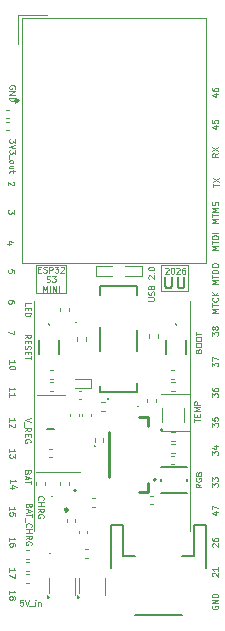
<source format=gbr>
%TF.GenerationSoftware,KiCad,Pcbnew,9.0.7-9.0.7~ubuntu22.04.1*%
%TF.CreationDate,2026-02-15T22:28:31-07:00*%
%TF.ProjectId,ESP32-S3-MINI-1_UU,45535033-322d-4533-932d-4d494e492d31,rev?*%
%TF.SameCoordinates,Original*%
%TF.FileFunction,Legend,Top*%
%TF.FilePolarity,Positive*%
%FSLAX46Y46*%
G04 Gerber Fmt 4.6, Leading zero omitted, Abs format (unit mm)*
G04 Created by KiCad (PCBNEW 9.0.7-9.0.7~ubuntu22.04.1) date 2026-02-15 22:28:31*
%MOMM*%
%LPD*%
G01*
G04 APERTURE LIST*
%ADD10C,0.100000*%
%ADD11C,0.200000*%
%ADD12C,0.120000*%
%ADD13C,0.127000*%
%ADD14C,0.250000*%
%ADD15C,0.254000*%
%ADD16C,0.203200*%
G04 APERTURE END LIST*
D10*
X188700000Y-131000000D02*
X186400000Y-131000000D01*
X178400000Y-128800000D02*
X175800000Y-128800000D01*
X186450000Y-139700000D02*
X188750000Y-139700000D01*
X178400000Y-131200000D02*
X178400000Y-128800000D01*
X186400000Y-128800000D02*
X188700000Y-128800000D01*
X175850000Y-146300000D02*
X179550000Y-146300000D01*
X175950000Y-139800000D02*
X178250000Y-139800000D01*
X186450000Y-142800000D02*
X188750000Y-142800000D01*
X188900000Y-131800000D02*
X188900000Y-151300000D01*
X186400000Y-131000000D02*
X186400000Y-128800000D01*
X175800000Y-128800000D02*
X175800000Y-131200000D01*
X175650000Y-131800000D02*
X175650000Y-151300000D01*
X188700000Y-128800000D02*
X188700000Y-131000000D01*
X175800000Y-131200000D02*
X178400000Y-131200000D01*
X173666390Y-147246741D02*
X173666390Y-146961027D01*
X173666390Y-147103884D02*
X174166390Y-147103884D01*
X174166390Y-147103884D02*
X174094961Y-147056265D01*
X174094961Y-147056265D02*
X174047342Y-147008646D01*
X174047342Y-147008646D02*
X174023533Y-146961027D01*
X173999723Y-147675312D02*
X173666390Y-147675312D01*
X174190200Y-147556264D02*
X173833057Y-147437217D01*
X173833057Y-147437217D02*
X173833057Y-147746740D01*
X191233609Y-127515163D02*
X190733609Y-127515163D01*
X190733609Y-127515163D02*
X191090752Y-127348496D01*
X191090752Y-127348496D02*
X190733609Y-127181830D01*
X190733609Y-127181830D02*
X191233609Y-127181830D01*
X190733609Y-127015162D02*
X190733609Y-126729448D01*
X191233609Y-126872305D02*
X190733609Y-126872305D01*
X191233609Y-126562782D02*
X190733609Y-126562782D01*
X190733609Y-126562782D02*
X190733609Y-126443734D01*
X190733609Y-126443734D02*
X190757419Y-126372306D01*
X190757419Y-126372306D02*
X190805038Y-126324687D01*
X190805038Y-126324687D02*
X190852657Y-126300877D01*
X190852657Y-126300877D02*
X190947895Y-126277068D01*
X190947895Y-126277068D02*
X191019323Y-126277068D01*
X191019323Y-126277068D02*
X191114561Y-126300877D01*
X191114561Y-126300877D02*
X191162180Y-126324687D01*
X191162180Y-126324687D02*
X191209800Y-126372306D01*
X191209800Y-126372306D02*
X191233609Y-126443734D01*
X191233609Y-126443734D02*
X191233609Y-126562782D01*
X191233609Y-126062782D02*
X190733609Y-126062782D01*
X173918771Y-121761027D02*
X173942580Y-121784836D01*
X173942580Y-121784836D02*
X173966390Y-121832455D01*
X173966390Y-121832455D02*
X173966390Y-121951503D01*
X173966390Y-121951503D02*
X173942580Y-121999122D01*
X173942580Y-121999122D02*
X173918771Y-122022931D01*
X173918771Y-122022931D02*
X173871152Y-122046741D01*
X173871152Y-122046741D02*
X173823533Y-122046741D01*
X173823533Y-122046741D02*
X173752104Y-122022931D01*
X173752104Y-122022931D02*
X173466390Y-121737217D01*
X173466390Y-121737217D02*
X173466390Y-122046741D01*
X173966390Y-134337217D02*
X173966390Y-134670550D01*
X173966390Y-134670550D02*
X173466390Y-134456265D01*
X190733609Y-142462782D02*
X190733609Y-142153258D01*
X190733609Y-142153258D02*
X190924085Y-142319925D01*
X190924085Y-142319925D02*
X190924085Y-142248496D01*
X190924085Y-142248496D02*
X190947895Y-142200877D01*
X190947895Y-142200877D02*
X190971704Y-142177068D01*
X190971704Y-142177068D02*
X191019323Y-142153258D01*
X191019323Y-142153258D02*
X191138371Y-142153258D01*
X191138371Y-142153258D02*
X191185990Y-142177068D01*
X191185990Y-142177068D02*
X191209800Y-142200877D01*
X191209800Y-142200877D02*
X191233609Y-142248496D01*
X191233609Y-142248496D02*
X191233609Y-142391353D01*
X191233609Y-142391353D02*
X191209800Y-142438972D01*
X191209800Y-142438972D02*
X191185990Y-142462782D01*
X190733609Y-141700878D02*
X190733609Y-141938973D01*
X190733609Y-141938973D02*
X190971704Y-141962782D01*
X190971704Y-141962782D02*
X190947895Y-141938973D01*
X190947895Y-141938973D02*
X190924085Y-141891354D01*
X190924085Y-141891354D02*
X190924085Y-141772306D01*
X190924085Y-141772306D02*
X190947895Y-141724687D01*
X190947895Y-141724687D02*
X190971704Y-141700878D01*
X190971704Y-141700878D02*
X191019323Y-141677068D01*
X191019323Y-141677068D02*
X191138371Y-141677068D01*
X191138371Y-141677068D02*
X191185990Y-141700878D01*
X191185990Y-141700878D02*
X191209800Y-141724687D01*
X191209800Y-141724687D02*
X191233609Y-141772306D01*
X191233609Y-141772306D02*
X191233609Y-141891354D01*
X191233609Y-141891354D02*
X191209800Y-141938973D01*
X191209800Y-141938973D02*
X191185990Y-141962782D01*
X173566390Y-139446741D02*
X173566390Y-139161027D01*
X173566390Y-139303884D02*
X174066390Y-139303884D01*
X174066390Y-139303884D02*
X173994961Y-139256265D01*
X173994961Y-139256265D02*
X173947342Y-139208646D01*
X173947342Y-139208646D02*
X173923533Y-139161027D01*
X173566390Y-139922931D02*
X173566390Y-139637217D01*
X173566390Y-139780074D02*
X174066390Y-139780074D01*
X174066390Y-139780074D02*
X173994961Y-139732455D01*
X173994961Y-139732455D02*
X173947342Y-139684836D01*
X173947342Y-139684836D02*
X173923533Y-139637217D01*
X173566390Y-152146741D02*
X173566390Y-151861027D01*
X173566390Y-152003884D02*
X174066390Y-152003884D01*
X174066390Y-152003884D02*
X173994961Y-151956265D01*
X173994961Y-151956265D02*
X173947342Y-151908646D01*
X173947342Y-151908646D02*
X173923533Y-151861027D01*
X174066390Y-152575312D02*
X174066390Y-152480074D01*
X174066390Y-152480074D02*
X174042580Y-152432455D01*
X174042580Y-152432455D02*
X174018771Y-152408645D01*
X174018771Y-152408645D02*
X173947342Y-152361026D01*
X173947342Y-152361026D02*
X173852104Y-152337217D01*
X173852104Y-152337217D02*
X173661628Y-152337217D01*
X173661628Y-152337217D02*
X173614009Y-152361026D01*
X173614009Y-152361026D02*
X173590200Y-152384836D01*
X173590200Y-152384836D02*
X173566390Y-152432455D01*
X173566390Y-152432455D02*
X173566390Y-152527693D01*
X173566390Y-152527693D02*
X173590200Y-152575312D01*
X173590200Y-152575312D02*
X173614009Y-152599121D01*
X173614009Y-152599121D02*
X173661628Y-152622931D01*
X173661628Y-152622931D02*
X173780676Y-152622931D01*
X173780676Y-152622931D02*
X173828295Y-152599121D01*
X173828295Y-152599121D02*
X173852104Y-152575312D01*
X173852104Y-152575312D02*
X173875914Y-152527693D01*
X173875914Y-152527693D02*
X173875914Y-152432455D01*
X173875914Y-152432455D02*
X173852104Y-152384836D01*
X173852104Y-152384836D02*
X173828295Y-152361026D01*
X173828295Y-152361026D02*
X173780676Y-152337217D01*
X173966390Y-129422931D02*
X173966390Y-129184836D01*
X173966390Y-129184836D02*
X173728295Y-129161027D01*
X173728295Y-129161027D02*
X173752104Y-129184836D01*
X173752104Y-129184836D02*
X173775914Y-129232455D01*
X173775914Y-129232455D02*
X173775914Y-129351503D01*
X173775914Y-129351503D02*
X173752104Y-129399122D01*
X173752104Y-129399122D02*
X173728295Y-129422931D01*
X173728295Y-129422931D02*
X173680676Y-129446741D01*
X173680676Y-129446741D02*
X173561628Y-129446741D01*
X173561628Y-129446741D02*
X173514009Y-129422931D01*
X173514009Y-129422931D02*
X173490200Y-129399122D01*
X173490200Y-129399122D02*
X173466390Y-129351503D01*
X173466390Y-129351503D02*
X173466390Y-129232455D01*
X173466390Y-129232455D02*
X173490200Y-129184836D01*
X173490200Y-129184836D02*
X173514009Y-129161027D01*
X174866390Y-134970550D02*
X175104485Y-134803884D01*
X174866390Y-134684836D02*
X175366390Y-134684836D01*
X175366390Y-134684836D02*
X175366390Y-134875312D01*
X175366390Y-134875312D02*
X175342580Y-134922931D01*
X175342580Y-134922931D02*
X175318771Y-134946741D01*
X175318771Y-134946741D02*
X175271152Y-134970550D01*
X175271152Y-134970550D02*
X175199723Y-134970550D01*
X175199723Y-134970550D02*
X175152104Y-134946741D01*
X175152104Y-134946741D02*
X175128295Y-134922931D01*
X175128295Y-134922931D02*
X175104485Y-134875312D01*
X175104485Y-134875312D02*
X175104485Y-134684836D01*
X175128295Y-135184836D02*
X175128295Y-135351503D01*
X174866390Y-135422931D02*
X174866390Y-135184836D01*
X174866390Y-135184836D02*
X175366390Y-135184836D01*
X175366390Y-135184836D02*
X175366390Y-135422931D01*
X174890200Y-135613408D02*
X174866390Y-135684836D01*
X174866390Y-135684836D02*
X174866390Y-135803884D01*
X174866390Y-135803884D02*
X174890200Y-135851503D01*
X174890200Y-135851503D02*
X174914009Y-135875312D01*
X174914009Y-135875312D02*
X174961628Y-135899122D01*
X174961628Y-135899122D02*
X175009247Y-135899122D01*
X175009247Y-135899122D02*
X175056866Y-135875312D01*
X175056866Y-135875312D02*
X175080676Y-135851503D01*
X175080676Y-135851503D02*
X175104485Y-135803884D01*
X175104485Y-135803884D02*
X175128295Y-135708646D01*
X175128295Y-135708646D02*
X175152104Y-135661027D01*
X175152104Y-135661027D02*
X175175914Y-135637217D01*
X175175914Y-135637217D02*
X175223533Y-135613408D01*
X175223533Y-135613408D02*
X175271152Y-135613408D01*
X175271152Y-135613408D02*
X175318771Y-135637217D01*
X175318771Y-135637217D02*
X175342580Y-135661027D01*
X175342580Y-135661027D02*
X175366390Y-135708646D01*
X175366390Y-135708646D02*
X175366390Y-135827693D01*
X175366390Y-135827693D02*
X175342580Y-135899122D01*
X175128295Y-136113407D02*
X175128295Y-136280074D01*
X174866390Y-136351502D02*
X174866390Y-136113407D01*
X174866390Y-136113407D02*
X175366390Y-136113407D01*
X175366390Y-136113407D02*
X175366390Y-136351502D01*
X175366390Y-136494360D02*
X175366390Y-136780074D01*
X174866390Y-136637217D02*
X175366390Y-136637217D01*
X190781228Y-152638972D02*
X190757419Y-152615163D01*
X190757419Y-152615163D02*
X190733609Y-152567544D01*
X190733609Y-152567544D02*
X190733609Y-152448496D01*
X190733609Y-152448496D02*
X190757419Y-152400877D01*
X190757419Y-152400877D02*
X190781228Y-152377068D01*
X190781228Y-152377068D02*
X190828847Y-152353258D01*
X190828847Y-152353258D02*
X190876466Y-152353258D01*
X190876466Y-152353258D02*
X190947895Y-152377068D01*
X190947895Y-152377068D02*
X191233609Y-152662782D01*
X191233609Y-152662782D02*
X191233609Y-152353258D01*
X190733609Y-151924687D02*
X190733609Y-152019925D01*
X190733609Y-152019925D02*
X190757419Y-152067544D01*
X190757419Y-152067544D02*
X190781228Y-152091354D01*
X190781228Y-152091354D02*
X190852657Y-152138973D01*
X190852657Y-152138973D02*
X190947895Y-152162782D01*
X190947895Y-152162782D02*
X191138371Y-152162782D01*
X191138371Y-152162782D02*
X191185990Y-152138973D01*
X191185990Y-152138973D02*
X191209800Y-152115163D01*
X191209800Y-152115163D02*
X191233609Y-152067544D01*
X191233609Y-152067544D02*
X191233609Y-151972306D01*
X191233609Y-151972306D02*
X191209800Y-151924687D01*
X191209800Y-151924687D02*
X191185990Y-151900878D01*
X191185990Y-151900878D02*
X191138371Y-151877068D01*
X191138371Y-151877068D02*
X191019323Y-151877068D01*
X191019323Y-151877068D02*
X190971704Y-151900878D01*
X190971704Y-151900878D02*
X190947895Y-151924687D01*
X190947895Y-151924687D02*
X190924085Y-151972306D01*
X190924085Y-151972306D02*
X190924085Y-152067544D01*
X190924085Y-152067544D02*
X190947895Y-152115163D01*
X190947895Y-152115163D02*
X190971704Y-152138973D01*
X190971704Y-152138973D02*
X191019323Y-152162782D01*
X190900276Y-117000877D02*
X191233609Y-117000877D01*
X190709800Y-117119925D02*
X191066942Y-117238972D01*
X191066942Y-117238972D02*
X191066942Y-116929449D01*
X190733609Y-116500878D02*
X190733609Y-116738973D01*
X190733609Y-116738973D02*
X190971704Y-116762782D01*
X190971704Y-116762782D02*
X190947895Y-116738973D01*
X190947895Y-116738973D02*
X190924085Y-116691354D01*
X190924085Y-116691354D02*
X190924085Y-116572306D01*
X190924085Y-116572306D02*
X190947895Y-116524687D01*
X190947895Y-116524687D02*
X190971704Y-116500878D01*
X190971704Y-116500878D02*
X191019323Y-116477068D01*
X191019323Y-116477068D02*
X191138371Y-116477068D01*
X191138371Y-116477068D02*
X191185990Y-116500878D01*
X191185990Y-116500878D02*
X191209800Y-116524687D01*
X191209800Y-116524687D02*
X191233609Y-116572306D01*
X191233609Y-116572306D02*
X191233609Y-116691354D01*
X191233609Y-116691354D02*
X191209800Y-116738973D01*
X191209800Y-116738973D02*
X191185990Y-116762782D01*
X190900276Y-114300877D02*
X191233609Y-114300877D01*
X190709800Y-114419925D02*
X191066942Y-114538972D01*
X191066942Y-114538972D02*
X191066942Y-114229449D01*
X190733609Y-113824687D02*
X190733609Y-113919925D01*
X190733609Y-113919925D02*
X190757419Y-113967544D01*
X190757419Y-113967544D02*
X190781228Y-113991354D01*
X190781228Y-113991354D02*
X190852657Y-114038973D01*
X190852657Y-114038973D02*
X190947895Y-114062782D01*
X190947895Y-114062782D02*
X191138371Y-114062782D01*
X191138371Y-114062782D02*
X191185990Y-114038973D01*
X191185990Y-114038973D02*
X191209800Y-114015163D01*
X191209800Y-114015163D02*
X191233609Y-113967544D01*
X191233609Y-113967544D02*
X191233609Y-113872306D01*
X191233609Y-113872306D02*
X191209800Y-113824687D01*
X191209800Y-113824687D02*
X191185990Y-113800878D01*
X191185990Y-113800878D02*
X191138371Y-113777068D01*
X191138371Y-113777068D02*
X191019323Y-113777068D01*
X191019323Y-113777068D02*
X190971704Y-113800878D01*
X190971704Y-113800878D02*
X190947895Y-113824687D01*
X190947895Y-113824687D02*
X190924085Y-113872306D01*
X190924085Y-113872306D02*
X190924085Y-113967544D01*
X190924085Y-113967544D02*
X190947895Y-114015163D01*
X190947895Y-114015163D02*
X190971704Y-114038973D01*
X190971704Y-114038973D02*
X191019323Y-114062782D01*
X191233609Y-125215163D02*
X190733609Y-125215163D01*
X190733609Y-125215163D02*
X191090752Y-125048496D01*
X191090752Y-125048496D02*
X190733609Y-124881830D01*
X190733609Y-124881830D02*
X191233609Y-124881830D01*
X190733609Y-124715162D02*
X190733609Y-124429448D01*
X191233609Y-124572305D02*
X190733609Y-124572305D01*
X191233609Y-124262782D02*
X190733609Y-124262782D01*
X190733609Y-124262782D02*
X191090752Y-124096115D01*
X191090752Y-124096115D02*
X190733609Y-123929449D01*
X190733609Y-123929449D02*
X191233609Y-123929449D01*
X191209800Y-123715162D02*
X191233609Y-123643734D01*
X191233609Y-123643734D02*
X191233609Y-123524686D01*
X191233609Y-123524686D02*
X191209800Y-123477067D01*
X191209800Y-123477067D02*
X191185990Y-123453258D01*
X191185990Y-123453258D02*
X191138371Y-123429448D01*
X191138371Y-123429448D02*
X191090752Y-123429448D01*
X191090752Y-123429448D02*
X191043133Y-123453258D01*
X191043133Y-123453258D02*
X191019323Y-123477067D01*
X191019323Y-123477067D02*
X190995514Y-123524686D01*
X190995514Y-123524686D02*
X190971704Y-123619924D01*
X190971704Y-123619924D02*
X190947895Y-123667543D01*
X190947895Y-123667543D02*
X190924085Y-123691353D01*
X190924085Y-123691353D02*
X190876466Y-123715162D01*
X190876466Y-123715162D02*
X190828847Y-123715162D01*
X190828847Y-123715162D02*
X190781228Y-123691353D01*
X190781228Y-123691353D02*
X190757419Y-123667543D01*
X190757419Y-123667543D02*
X190733609Y-123619924D01*
X190733609Y-123619924D02*
X190733609Y-123500877D01*
X190733609Y-123500877D02*
X190757419Y-123429448D01*
X173966390Y-124137217D02*
X173966390Y-124446741D01*
X173966390Y-124446741D02*
X173775914Y-124280074D01*
X173775914Y-124280074D02*
X173775914Y-124351503D01*
X173775914Y-124351503D02*
X173752104Y-124399122D01*
X173752104Y-124399122D02*
X173728295Y-124422931D01*
X173728295Y-124422931D02*
X173680676Y-124446741D01*
X173680676Y-124446741D02*
X173561628Y-124446741D01*
X173561628Y-124446741D02*
X173514009Y-124422931D01*
X173514009Y-124422931D02*
X173490200Y-124399122D01*
X173490200Y-124399122D02*
X173466390Y-124351503D01*
X173466390Y-124351503D02*
X173466390Y-124208646D01*
X173466390Y-124208646D02*
X173490200Y-124161027D01*
X173490200Y-124161027D02*
X173514009Y-124137217D01*
X173566390Y-137146741D02*
X173566390Y-136861027D01*
X173566390Y-137003884D02*
X174066390Y-137003884D01*
X174066390Y-137003884D02*
X173994961Y-136956265D01*
X173994961Y-136956265D02*
X173947342Y-136908646D01*
X173947342Y-136908646D02*
X173923533Y-136861027D01*
X174066390Y-137456264D02*
X174066390Y-137503883D01*
X174066390Y-137503883D02*
X174042580Y-137551502D01*
X174042580Y-137551502D02*
X174018771Y-137575312D01*
X174018771Y-137575312D02*
X173971152Y-137599121D01*
X173971152Y-137599121D02*
X173875914Y-137622931D01*
X173875914Y-137622931D02*
X173756866Y-137622931D01*
X173756866Y-137622931D02*
X173661628Y-137599121D01*
X173661628Y-137599121D02*
X173614009Y-137575312D01*
X173614009Y-137575312D02*
X173590200Y-137551502D01*
X173590200Y-137551502D02*
X173566390Y-137503883D01*
X173566390Y-137503883D02*
X173566390Y-137456264D01*
X173566390Y-137456264D02*
X173590200Y-137408645D01*
X173590200Y-137408645D02*
X173614009Y-137384836D01*
X173614009Y-137384836D02*
X173661628Y-137361026D01*
X173661628Y-137361026D02*
X173756866Y-137337217D01*
X173756866Y-137337217D02*
X173875914Y-137337217D01*
X173875914Y-137337217D02*
X173971152Y-137361026D01*
X173971152Y-137361026D02*
X174018771Y-137384836D01*
X174018771Y-137384836D02*
X174042580Y-137408645D01*
X174042580Y-137408645D02*
X174066390Y-137456264D01*
X173566390Y-142046741D02*
X173566390Y-141761027D01*
X173566390Y-141903884D02*
X174066390Y-141903884D01*
X174066390Y-141903884D02*
X173994961Y-141856265D01*
X173994961Y-141856265D02*
X173947342Y-141808646D01*
X173947342Y-141808646D02*
X173923533Y-141761027D01*
X174018771Y-142237217D02*
X174042580Y-142261026D01*
X174042580Y-142261026D02*
X174066390Y-142308645D01*
X174066390Y-142308645D02*
X174066390Y-142427693D01*
X174066390Y-142427693D02*
X174042580Y-142475312D01*
X174042580Y-142475312D02*
X174018771Y-142499121D01*
X174018771Y-142499121D02*
X173971152Y-142522931D01*
X173971152Y-142522931D02*
X173923533Y-142522931D01*
X173923533Y-142522931D02*
X173852104Y-142499121D01*
X173852104Y-142499121D02*
X173566390Y-142213407D01*
X173566390Y-142213407D02*
X173566390Y-142522931D01*
X190781228Y-155138972D02*
X190757419Y-155115163D01*
X190757419Y-155115163D02*
X190733609Y-155067544D01*
X190733609Y-155067544D02*
X190733609Y-154948496D01*
X190733609Y-154948496D02*
X190757419Y-154900877D01*
X190757419Y-154900877D02*
X190781228Y-154877068D01*
X190781228Y-154877068D02*
X190828847Y-154853258D01*
X190828847Y-154853258D02*
X190876466Y-154853258D01*
X190876466Y-154853258D02*
X190947895Y-154877068D01*
X190947895Y-154877068D02*
X191233609Y-155162782D01*
X191233609Y-155162782D02*
X191233609Y-154853258D01*
X191233609Y-154377068D02*
X191233609Y-154662782D01*
X191233609Y-154519925D02*
X190733609Y-154519925D01*
X190733609Y-154519925D02*
X190805038Y-154567544D01*
X190805038Y-154567544D02*
X190852657Y-154615163D01*
X190852657Y-154615163D02*
X190876466Y-154662782D01*
X173566390Y-156646741D02*
X173566390Y-156361027D01*
X173566390Y-156503884D02*
X174066390Y-156503884D01*
X174066390Y-156503884D02*
X173994961Y-156456265D01*
X173994961Y-156456265D02*
X173947342Y-156408646D01*
X173947342Y-156408646D02*
X173923533Y-156361027D01*
X173852104Y-156932455D02*
X173875914Y-156884836D01*
X173875914Y-156884836D02*
X173899723Y-156861026D01*
X173899723Y-156861026D02*
X173947342Y-156837217D01*
X173947342Y-156837217D02*
X173971152Y-156837217D01*
X173971152Y-156837217D02*
X174018771Y-156861026D01*
X174018771Y-156861026D02*
X174042580Y-156884836D01*
X174042580Y-156884836D02*
X174066390Y-156932455D01*
X174066390Y-156932455D02*
X174066390Y-157027693D01*
X174066390Y-157027693D02*
X174042580Y-157075312D01*
X174042580Y-157075312D02*
X174018771Y-157099121D01*
X174018771Y-157099121D02*
X173971152Y-157122931D01*
X173971152Y-157122931D02*
X173947342Y-157122931D01*
X173947342Y-157122931D02*
X173899723Y-157099121D01*
X173899723Y-157099121D02*
X173875914Y-157075312D01*
X173875914Y-157075312D02*
X173852104Y-157027693D01*
X173852104Y-157027693D02*
X173852104Y-156932455D01*
X173852104Y-156932455D02*
X173828295Y-156884836D01*
X173828295Y-156884836D02*
X173804485Y-156861026D01*
X173804485Y-156861026D02*
X173756866Y-156837217D01*
X173756866Y-156837217D02*
X173661628Y-156837217D01*
X173661628Y-156837217D02*
X173614009Y-156861026D01*
X173614009Y-156861026D02*
X173590200Y-156884836D01*
X173590200Y-156884836D02*
X173566390Y-156932455D01*
X173566390Y-156932455D02*
X173566390Y-157027693D01*
X173566390Y-157027693D02*
X173590200Y-157075312D01*
X173590200Y-157075312D02*
X173614009Y-157099121D01*
X173614009Y-157099121D02*
X173661628Y-157122931D01*
X173661628Y-157122931D02*
X173756866Y-157122931D01*
X173756866Y-157122931D02*
X173804485Y-157099121D01*
X173804485Y-157099121D02*
X173828295Y-157075312D01*
X173828295Y-157075312D02*
X173852104Y-157027693D01*
X191233609Y-130415163D02*
X190733609Y-130415163D01*
X190733609Y-130415163D02*
X191090752Y-130248496D01*
X191090752Y-130248496D02*
X190733609Y-130081830D01*
X190733609Y-130081830D02*
X191233609Y-130081830D01*
X190733609Y-129915162D02*
X190733609Y-129629448D01*
X191233609Y-129772305D02*
X190733609Y-129772305D01*
X191233609Y-129462782D02*
X190733609Y-129462782D01*
X190733609Y-129462782D02*
X190733609Y-129343734D01*
X190733609Y-129343734D02*
X190757419Y-129272306D01*
X190757419Y-129272306D02*
X190805038Y-129224687D01*
X190805038Y-129224687D02*
X190852657Y-129200877D01*
X190852657Y-129200877D02*
X190947895Y-129177068D01*
X190947895Y-129177068D02*
X191019323Y-129177068D01*
X191019323Y-129177068D02*
X191114561Y-129200877D01*
X191114561Y-129200877D02*
X191162180Y-129224687D01*
X191162180Y-129224687D02*
X191209800Y-129272306D01*
X191209800Y-129272306D02*
X191233609Y-129343734D01*
X191233609Y-129343734D02*
X191233609Y-129462782D01*
X190733609Y-128867544D02*
X190733609Y-128772306D01*
X190733609Y-128772306D02*
X190757419Y-128724687D01*
X190757419Y-128724687D02*
X190805038Y-128677068D01*
X190805038Y-128677068D02*
X190900276Y-128653258D01*
X190900276Y-128653258D02*
X191066942Y-128653258D01*
X191066942Y-128653258D02*
X191162180Y-128677068D01*
X191162180Y-128677068D02*
X191209800Y-128724687D01*
X191209800Y-128724687D02*
X191233609Y-128772306D01*
X191233609Y-128772306D02*
X191233609Y-128867544D01*
X191233609Y-128867544D02*
X191209800Y-128915163D01*
X191209800Y-128915163D02*
X191162180Y-128962782D01*
X191162180Y-128962782D02*
X191066942Y-128986591D01*
X191066942Y-128986591D02*
X190900276Y-128986591D01*
X190900276Y-128986591D02*
X190805038Y-128962782D01*
X190805038Y-128962782D02*
X190757419Y-128915163D01*
X190757419Y-128915163D02*
X190733609Y-128867544D01*
X190733609Y-137362782D02*
X190733609Y-137053258D01*
X190733609Y-137053258D02*
X190924085Y-137219925D01*
X190924085Y-137219925D02*
X190924085Y-137148496D01*
X190924085Y-137148496D02*
X190947895Y-137100877D01*
X190947895Y-137100877D02*
X190971704Y-137077068D01*
X190971704Y-137077068D02*
X191019323Y-137053258D01*
X191019323Y-137053258D02*
X191138371Y-137053258D01*
X191138371Y-137053258D02*
X191185990Y-137077068D01*
X191185990Y-137077068D02*
X191209800Y-137100877D01*
X191209800Y-137100877D02*
X191233609Y-137148496D01*
X191233609Y-137148496D02*
X191233609Y-137291353D01*
X191233609Y-137291353D02*
X191209800Y-137338972D01*
X191209800Y-137338972D02*
X191185990Y-137362782D01*
X190733609Y-136886592D02*
X190733609Y-136553259D01*
X190733609Y-136553259D02*
X191233609Y-136767544D01*
X174066390Y-118137217D02*
X174066390Y-118446741D01*
X174066390Y-118446741D02*
X173875914Y-118280074D01*
X173875914Y-118280074D02*
X173875914Y-118351503D01*
X173875914Y-118351503D02*
X173852104Y-118399122D01*
X173852104Y-118399122D02*
X173828295Y-118422931D01*
X173828295Y-118422931D02*
X173780676Y-118446741D01*
X173780676Y-118446741D02*
X173661628Y-118446741D01*
X173661628Y-118446741D02*
X173614009Y-118422931D01*
X173614009Y-118422931D02*
X173590200Y-118399122D01*
X173590200Y-118399122D02*
X173566390Y-118351503D01*
X173566390Y-118351503D02*
X173566390Y-118208646D01*
X173566390Y-118208646D02*
X173590200Y-118161027D01*
X173590200Y-118161027D02*
X173614009Y-118137217D01*
X174066390Y-118589598D02*
X173566390Y-118756264D01*
X173566390Y-118756264D02*
X174066390Y-118922931D01*
X174066390Y-119041978D02*
X174066390Y-119351502D01*
X174066390Y-119351502D02*
X173875914Y-119184835D01*
X173875914Y-119184835D02*
X173875914Y-119256264D01*
X173875914Y-119256264D02*
X173852104Y-119303883D01*
X173852104Y-119303883D02*
X173828295Y-119327692D01*
X173828295Y-119327692D02*
X173780676Y-119351502D01*
X173780676Y-119351502D02*
X173661628Y-119351502D01*
X173661628Y-119351502D02*
X173614009Y-119327692D01*
X173614009Y-119327692D02*
X173590200Y-119303883D01*
X173590200Y-119303883D02*
X173566390Y-119256264D01*
X173566390Y-119256264D02*
X173566390Y-119113407D01*
X173566390Y-119113407D02*
X173590200Y-119065788D01*
X173590200Y-119065788D02*
X173614009Y-119041978D01*
X173518771Y-119446740D02*
X173518771Y-119827692D01*
X173566390Y-120018168D02*
X173590200Y-119970549D01*
X173590200Y-119970549D02*
X173614009Y-119946739D01*
X173614009Y-119946739D02*
X173661628Y-119922930D01*
X173661628Y-119922930D02*
X173804485Y-119922930D01*
X173804485Y-119922930D02*
X173852104Y-119946739D01*
X173852104Y-119946739D02*
X173875914Y-119970549D01*
X173875914Y-119970549D02*
X173899723Y-120018168D01*
X173899723Y-120018168D02*
X173899723Y-120089596D01*
X173899723Y-120089596D02*
X173875914Y-120137215D01*
X173875914Y-120137215D02*
X173852104Y-120161025D01*
X173852104Y-120161025D02*
X173804485Y-120184834D01*
X173804485Y-120184834D02*
X173661628Y-120184834D01*
X173661628Y-120184834D02*
X173614009Y-120161025D01*
X173614009Y-120161025D02*
X173590200Y-120137215D01*
X173590200Y-120137215D02*
X173566390Y-120089596D01*
X173566390Y-120089596D02*
X173566390Y-120018168D01*
X173899723Y-120613406D02*
X173566390Y-120613406D01*
X173899723Y-120399120D02*
X173637819Y-120399120D01*
X173637819Y-120399120D02*
X173590200Y-120422930D01*
X173590200Y-120422930D02*
X173566390Y-120470549D01*
X173566390Y-120470549D02*
X173566390Y-120541977D01*
X173566390Y-120541977D02*
X173590200Y-120589596D01*
X173590200Y-120589596D02*
X173614009Y-120613406D01*
X173899723Y-120780073D02*
X173899723Y-120970549D01*
X174066390Y-120851501D02*
X173637819Y-120851501D01*
X173637819Y-120851501D02*
X173590200Y-120875311D01*
X173590200Y-120875311D02*
X173566390Y-120922930D01*
X173566390Y-120922930D02*
X173566390Y-120970549D01*
X186761027Y-129081228D02*
X186784836Y-129057419D01*
X186784836Y-129057419D02*
X186832455Y-129033609D01*
X186832455Y-129033609D02*
X186951503Y-129033609D01*
X186951503Y-129033609D02*
X186999122Y-129057419D01*
X186999122Y-129057419D02*
X187022931Y-129081228D01*
X187022931Y-129081228D02*
X187046741Y-129128847D01*
X187046741Y-129128847D02*
X187046741Y-129176466D01*
X187046741Y-129176466D02*
X187022931Y-129247895D01*
X187022931Y-129247895D02*
X186737217Y-129533609D01*
X186737217Y-129533609D02*
X187046741Y-129533609D01*
X187356264Y-129033609D02*
X187403883Y-129033609D01*
X187403883Y-129033609D02*
X187451502Y-129057419D01*
X187451502Y-129057419D02*
X187475312Y-129081228D01*
X187475312Y-129081228D02*
X187499121Y-129128847D01*
X187499121Y-129128847D02*
X187522931Y-129224085D01*
X187522931Y-129224085D02*
X187522931Y-129343133D01*
X187522931Y-129343133D02*
X187499121Y-129438371D01*
X187499121Y-129438371D02*
X187475312Y-129485990D01*
X187475312Y-129485990D02*
X187451502Y-129509800D01*
X187451502Y-129509800D02*
X187403883Y-129533609D01*
X187403883Y-129533609D02*
X187356264Y-129533609D01*
X187356264Y-129533609D02*
X187308645Y-129509800D01*
X187308645Y-129509800D02*
X187284836Y-129485990D01*
X187284836Y-129485990D02*
X187261026Y-129438371D01*
X187261026Y-129438371D02*
X187237217Y-129343133D01*
X187237217Y-129343133D02*
X187237217Y-129224085D01*
X187237217Y-129224085D02*
X187261026Y-129128847D01*
X187261026Y-129128847D02*
X187284836Y-129081228D01*
X187284836Y-129081228D02*
X187308645Y-129057419D01*
X187308645Y-129057419D02*
X187356264Y-129033609D01*
X187713407Y-129081228D02*
X187737216Y-129057419D01*
X187737216Y-129057419D02*
X187784835Y-129033609D01*
X187784835Y-129033609D02*
X187903883Y-129033609D01*
X187903883Y-129033609D02*
X187951502Y-129057419D01*
X187951502Y-129057419D02*
X187975311Y-129081228D01*
X187975311Y-129081228D02*
X187999121Y-129128847D01*
X187999121Y-129128847D02*
X187999121Y-129176466D01*
X187999121Y-129176466D02*
X187975311Y-129247895D01*
X187975311Y-129247895D02*
X187689597Y-129533609D01*
X187689597Y-129533609D02*
X187999121Y-129533609D01*
X188427692Y-129033609D02*
X188332454Y-129033609D01*
X188332454Y-129033609D02*
X188284835Y-129057419D01*
X188284835Y-129057419D02*
X188261025Y-129081228D01*
X188261025Y-129081228D02*
X188213406Y-129152657D01*
X188213406Y-129152657D02*
X188189597Y-129247895D01*
X188189597Y-129247895D02*
X188189597Y-129438371D01*
X188189597Y-129438371D02*
X188213406Y-129485990D01*
X188213406Y-129485990D02*
X188237216Y-129509800D01*
X188237216Y-129509800D02*
X188284835Y-129533609D01*
X188284835Y-129533609D02*
X188380073Y-129533609D01*
X188380073Y-129533609D02*
X188427692Y-129509800D01*
X188427692Y-129509800D02*
X188451501Y-129485990D01*
X188451501Y-129485990D02*
X188475311Y-129438371D01*
X188475311Y-129438371D02*
X188475311Y-129319323D01*
X188475311Y-129319323D02*
X188451501Y-129271704D01*
X188451501Y-129271704D02*
X188427692Y-129247895D01*
X188427692Y-129247895D02*
X188380073Y-129224085D01*
X188380073Y-129224085D02*
X188284835Y-129224085D01*
X188284835Y-129224085D02*
X188237216Y-129247895D01*
X188237216Y-129247895D02*
X188213406Y-129271704D01*
X188213406Y-129271704D02*
X188189597Y-129319323D01*
X176014009Y-148670550D02*
X175990200Y-148646741D01*
X175990200Y-148646741D02*
X175966390Y-148575312D01*
X175966390Y-148575312D02*
X175966390Y-148527693D01*
X175966390Y-148527693D02*
X175990200Y-148456265D01*
X175990200Y-148456265D02*
X176037819Y-148408646D01*
X176037819Y-148408646D02*
X176085438Y-148384836D01*
X176085438Y-148384836D02*
X176180676Y-148361027D01*
X176180676Y-148361027D02*
X176252104Y-148361027D01*
X176252104Y-148361027D02*
X176347342Y-148384836D01*
X176347342Y-148384836D02*
X176394961Y-148408646D01*
X176394961Y-148408646D02*
X176442580Y-148456265D01*
X176442580Y-148456265D02*
X176466390Y-148527693D01*
X176466390Y-148527693D02*
X176466390Y-148575312D01*
X176466390Y-148575312D02*
X176442580Y-148646741D01*
X176442580Y-148646741D02*
X176418771Y-148670550D01*
X175966390Y-148884836D02*
X176466390Y-148884836D01*
X176228295Y-148884836D02*
X176228295Y-149170550D01*
X175966390Y-149170550D02*
X176466390Y-149170550D01*
X175966390Y-149694360D02*
X176204485Y-149527694D01*
X175966390Y-149408646D02*
X176466390Y-149408646D01*
X176466390Y-149408646D02*
X176466390Y-149599122D01*
X176466390Y-149599122D02*
X176442580Y-149646741D01*
X176442580Y-149646741D02*
X176418771Y-149670551D01*
X176418771Y-149670551D02*
X176371152Y-149694360D01*
X176371152Y-149694360D02*
X176299723Y-149694360D01*
X176299723Y-149694360D02*
X176252104Y-149670551D01*
X176252104Y-149670551D02*
X176228295Y-149646741D01*
X176228295Y-149646741D02*
X176204485Y-149599122D01*
X176204485Y-149599122D02*
X176204485Y-149408646D01*
X176442580Y-150170551D02*
X176466390Y-150122932D01*
X176466390Y-150122932D02*
X176466390Y-150051503D01*
X176466390Y-150051503D02*
X176442580Y-149980075D01*
X176442580Y-149980075D02*
X176394961Y-149932456D01*
X176394961Y-149932456D02*
X176347342Y-149908646D01*
X176347342Y-149908646D02*
X176252104Y-149884837D01*
X176252104Y-149884837D02*
X176180676Y-149884837D01*
X176180676Y-149884837D02*
X176085438Y-149908646D01*
X176085438Y-149908646D02*
X176037819Y-149932456D01*
X176037819Y-149932456D02*
X175990200Y-149980075D01*
X175990200Y-149980075D02*
X175966390Y-150051503D01*
X175966390Y-150051503D02*
X175966390Y-150099122D01*
X175966390Y-150099122D02*
X175990200Y-150170551D01*
X175990200Y-150170551D02*
X176014009Y-150194360D01*
X176014009Y-150194360D02*
X176180676Y-150194360D01*
X176180676Y-150194360D02*
X176180676Y-150099122D01*
X174866390Y-132222931D02*
X174866390Y-131984836D01*
X174866390Y-131984836D02*
X175366390Y-131984836D01*
X175128295Y-132389598D02*
X175128295Y-132556265D01*
X174866390Y-132627693D02*
X174866390Y-132389598D01*
X174866390Y-132389598D02*
X175366390Y-132389598D01*
X175366390Y-132389598D02*
X175366390Y-132627693D01*
X174866390Y-132841979D02*
X175366390Y-132841979D01*
X175366390Y-132841979D02*
X175366390Y-132961027D01*
X175366390Y-132961027D02*
X175342580Y-133032455D01*
X175342580Y-133032455D02*
X175294961Y-133080074D01*
X175294961Y-133080074D02*
X175247342Y-133103884D01*
X175247342Y-133103884D02*
X175152104Y-133127693D01*
X175152104Y-133127693D02*
X175080676Y-133127693D01*
X175080676Y-133127693D02*
X174985438Y-133103884D01*
X174985438Y-133103884D02*
X174937819Y-133080074D01*
X174937819Y-133080074D02*
X174890200Y-133032455D01*
X174890200Y-133032455D02*
X174866390Y-132961027D01*
X174866390Y-132961027D02*
X174866390Y-132841979D01*
X189833609Y-147329449D02*
X189595514Y-147496115D01*
X189833609Y-147615163D02*
X189333609Y-147615163D01*
X189333609Y-147615163D02*
X189333609Y-147424687D01*
X189333609Y-147424687D02*
X189357419Y-147377068D01*
X189357419Y-147377068D02*
X189381228Y-147353258D01*
X189381228Y-147353258D02*
X189428847Y-147329449D01*
X189428847Y-147329449D02*
X189500276Y-147329449D01*
X189500276Y-147329449D02*
X189547895Y-147353258D01*
X189547895Y-147353258D02*
X189571704Y-147377068D01*
X189571704Y-147377068D02*
X189595514Y-147424687D01*
X189595514Y-147424687D02*
X189595514Y-147615163D01*
X189357419Y-146853258D02*
X189333609Y-146900877D01*
X189333609Y-146900877D02*
X189333609Y-146972306D01*
X189333609Y-146972306D02*
X189357419Y-147043734D01*
X189357419Y-147043734D02*
X189405038Y-147091353D01*
X189405038Y-147091353D02*
X189452657Y-147115163D01*
X189452657Y-147115163D02*
X189547895Y-147138972D01*
X189547895Y-147138972D02*
X189619323Y-147138972D01*
X189619323Y-147138972D02*
X189714561Y-147115163D01*
X189714561Y-147115163D02*
X189762180Y-147091353D01*
X189762180Y-147091353D02*
X189809800Y-147043734D01*
X189809800Y-147043734D02*
X189833609Y-146972306D01*
X189833609Y-146972306D02*
X189833609Y-146924687D01*
X189833609Y-146924687D02*
X189809800Y-146853258D01*
X189809800Y-146853258D02*
X189785990Y-146829449D01*
X189785990Y-146829449D02*
X189619323Y-146829449D01*
X189619323Y-146829449D02*
X189619323Y-146924687D01*
X189571704Y-146448496D02*
X189595514Y-146377068D01*
X189595514Y-146377068D02*
X189619323Y-146353258D01*
X189619323Y-146353258D02*
X189666942Y-146329449D01*
X189666942Y-146329449D02*
X189738371Y-146329449D01*
X189738371Y-146329449D02*
X189785990Y-146353258D01*
X189785990Y-146353258D02*
X189809800Y-146377068D01*
X189809800Y-146377068D02*
X189833609Y-146424687D01*
X189833609Y-146424687D02*
X189833609Y-146615163D01*
X189833609Y-146615163D02*
X189333609Y-146615163D01*
X189333609Y-146615163D02*
X189333609Y-146448496D01*
X189333609Y-146448496D02*
X189357419Y-146400877D01*
X189357419Y-146400877D02*
X189381228Y-146377068D01*
X189381228Y-146377068D02*
X189428847Y-146353258D01*
X189428847Y-146353258D02*
X189476466Y-146353258D01*
X189476466Y-146353258D02*
X189524085Y-146377068D01*
X189524085Y-146377068D02*
X189547895Y-146400877D01*
X189547895Y-146400877D02*
X189571704Y-146448496D01*
X189571704Y-146448496D02*
X189571704Y-146615163D01*
X190833609Y-122186591D02*
X190833609Y-121900877D01*
X191333609Y-122043734D02*
X190833609Y-122043734D01*
X190833609Y-121781830D02*
X191333609Y-121448497D01*
X190833609Y-121448497D02*
X191333609Y-121781830D01*
X174042580Y-113846741D02*
X174066390Y-113799122D01*
X174066390Y-113799122D02*
X174066390Y-113727693D01*
X174066390Y-113727693D02*
X174042580Y-113656265D01*
X174042580Y-113656265D02*
X173994961Y-113608646D01*
X173994961Y-113608646D02*
X173947342Y-113584836D01*
X173947342Y-113584836D02*
X173852104Y-113561027D01*
X173852104Y-113561027D02*
X173780676Y-113561027D01*
X173780676Y-113561027D02*
X173685438Y-113584836D01*
X173685438Y-113584836D02*
X173637819Y-113608646D01*
X173637819Y-113608646D02*
X173590200Y-113656265D01*
X173590200Y-113656265D02*
X173566390Y-113727693D01*
X173566390Y-113727693D02*
X173566390Y-113775312D01*
X173566390Y-113775312D02*
X173590200Y-113846741D01*
X173590200Y-113846741D02*
X173614009Y-113870550D01*
X173614009Y-113870550D02*
X173780676Y-113870550D01*
X173780676Y-113870550D02*
X173780676Y-113775312D01*
X173566390Y-114084836D02*
X174066390Y-114084836D01*
X174066390Y-114084836D02*
X173566390Y-114370550D01*
X173566390Y-114370550D02*
X174066390Y-114370550D01*
X173566390Y-114608646D02*
X174066390Y-114608646D01*
X174066390Y-114608646D02*
X174066390Y-114727694D01*
X174066390Y-114727694D02*
X174042580Y-114799122D01*
X174042580Y-114799122D02*
X173994961Y-114846741D01*
X173994961Y-114846741D02*
X173947342Y-114870551D01*
X173947342Y-114870551D02*
X173852104Y-114894360D01*
X173852104Y-114894360D02*
X173780676Y-114894360D01*
X173780676Y-114894360D02*
X173685438Y-114870551D01*
X173685438Y-114870551D02*
X173637819Y-114846741D01*
X173637819Y-114846741D02*
X173590200Y-114799122D01*
X173590200Y-114799122D02*
X173566390Y-114727694D01*
X173566390Y-114727694D02*
X173566390Y-114608646D01*
X190733609Y-139962782D02*
X190733609Y-139653258D01*
X190733609Y-139653258D02*
X190924085Y-139819925D01*
X190924085Y-139819925D02*
X190924085Y-139748496D01*
X190924085Y-139748496D02*
X190947895Y-139700877D01*
X190947895Y-139700877D02*
X190971704Y-139677068D01*
X190971704Y-139677068D02*
X191019323Y-139653258D01*
X191019323Y-139653258D02*
X191138371Y-139653258D01*
X191138371Y-139653258D02*
X191185990Y-139677068D01*
X191185990Y-139677068D02*
X191209800Y-139700877D01*
X191209800Y-139700877D02*
X191233609Y-139748496D01*
X191233609Y-139748496D02*
X191233609Y-139891353D01*
X191233609Y-139891353D02*
X191209800Y-139938972D01*
X191209800Y-139938972D02*
X191185990Y-139962782D01*
X190733609Y-139224687D02*
X190733609Y-139319925D01*
X190733609Y-139319925D02*
X190757419Y-139367544D01*
X190757419Y-139367544D02*
X190781228Y-139391354D01*
X190781228Y-139391354D02*
X190852657Y-139438973D01*
X190852657Y-139438973D02*
X190947895Y-139462782D01*
X190947895Y-139462782D02*
X191138371Y-139462782D01*
X191138371Y-139462782D02*
X191185990Y-139438973D01*
X191185990Y-139438973D02*
X191209800Y-139415163D01*
X191209800Y-139415163D02*
X191233609Y-139367544D01*
X191233609Y-139367544D02*
X191233609Y-139272306D01*
X191233609Y-139272306D02*
X191209800Y-139224687D01*
X191209800Y-139224687D02*
X191185990Y-139200878D01*
X191185990Y-139200878D02*
X191138371Y-139177068D01*
X191138371Y-139177068D02*
X191019323Y-139177068D01*
X191019323Y-139177068D02*
X190971704Y-139200878D01*
X190971704Y-139200878D02*
X190947895Y-139224687D01*
X190947895Y-139224687D02*
X190924085Y-139272306D01*
X190924085Y-139272306D02*
X190924085Y-139367544D01*
X190924085Y-139367544D02*
X190947895Y-139415163D01*
X190947895Y-139415163D02*
X190971704Y-139438973D01*
X190971704Y-139438973D02*
X191019323Y-139462782D01*
X190900276Y-149700877D02*
X191233609Y-149700877D01*
X190709800Y-149819925D02*
X191066942Y-149938972D01*
X191066942Y-149938972D02*
X191066942Y-149629449D01*
X190733609Y-149486592D02*
X190733609Y-149153259D01*
X190733609Y-149153259D02*
X191233609Y-149367544D01*
X189233609Y-142086591D02*
X189233609Y-141800877D01*
X189733609Y-141943734D02*
X189233609Y-141943734D01*
X189471704Y-141634211D02*
X189471704Y-141467544D01*
X189733609Y-141396116D02*
X189733609Y-141634211D01*
X189733609Y-141634211D02*
X189233609Y-141634211D01*
X189233609Y-141634211D02*
X189233609Y-141396116D01*
X189733609Y-141181830D02*
X189233609Y-141181830D01*
X189233609Y-141181830D02*
X189590752Y-141015163D01*
X189590752Y-141015163D02*
X189233609Y-140848497D01*
X189233609Y-140848497D02*
X189733609Y-140848497D01*
X189733609Y-140610401D02*
X189233609Y-140610401D01*
X189233609Y-140610401D02*
X189233609Y-140419925D01*
X189233609Y-140419925D02*
X189257419Y-140372306D01*
X189257419Y-140372306D02*
X189281228Y-140348496D01*
X189281228Y-140348496D02*
X189328847Y-140324687D01*
X189328847Y-140324687D02*
X189400276Y-140324687D01*
X189400276Y-140324687D02*
X189447895Y-140348496D01*
X189447895Y-140348496D02*
X189471704Y-140372306D01*
X189471704Y-140372306D02*
X189495514Y-140419925D01*
X189495514Y-140419925D02*
X189495514Y-140610401D01*
X191233609Y-132815163D02*
X190733609Y-132815163D01*
X190733609Y-132815163D02*
X191090752Y-132648496D01*
X191090752Y-132648496D02*
X190733609Y-132481830D01*
X190733609Y-132481830D02*
X191233609Y-132481830D01*
X190733609Y-132315162D02*
X190733609Y-132029448D01*
X191233609Y-132172305D02*
X190733609Y-132172305D01*
X191185990Y-131577068D02*
X191209800Y-131600877D01*
X191209800Y-131600877D02*
X191233609Y-131672306D01*
X191233609Y-131672306D02*
X191233609Y-131719925D01*
X191233609Y-131719925D02*
X191209800Y-131791353D01*
X191209800Y-131791353D02*
X191162180Y-131838972D01*
X191162180Y-131838972D02*
X191114561Y-131862782D01*
X191114561Y-131862782D02*
X191019323Y-131886591D01*
X191019323Y-131886591D02*
X190947895Y-131886591D01*
X190947895Y-131886591D02*
X190852657Y-131862782D01*
X190852657Y-131862782D02*
X190805038Y-131838972D01*
X190805038Y-131838972D02*
X190757419Y-131791353D01*
X190757419Y-131791353D02*
X190733609Y-131719925D01*
X190733609Y-131719925D02*
X190733609Y-131672306D01*
X190733609Y-131672306D02*
X190757419Y-131600877D01*
X190757419Y-131600877D02*
X190781228Y-131577068D01*
X191233609Y-131362782D02*
X190733609Y-131362782D01*
X191233609Y-131077068D02*
X190947895Y-131291353D01*
X190733609Y-131077068D02*
X191019323Y-131362782D01*
X175128295Y-146351503D02*
X175104485Y-146422931D01*
X175104485Y-146422931D02*
X175080676Y-146446741D01*
X175080676Y-146446741D02*
X175033057Y-146470550D01*
X175033057Y-146470550D02*
X174961628Y-146470550D01*
X174961628Y-146470550D02*
X174914009Y-146446741D01*
X174914009Y-146446741D02*
X174890200Y-146422931D01*
X174890200Y-146422931D02*
X174866390Y-146375312D01*
X174866390Y-146375312D02*
X174866390Y-146184836D01*
X174866390Y-146184836D02*
X175366390Y-146184836D01*
X175366390Y-146184836D02*
X175366390Y-146351503D01*
X175366390Y-146351503D02*
X175342580Y-146399122D01*
X175342580Y-146399122D02*
X175318771Y-146422931D01*
X175318771Y-146422931D02*
X175271152Y-146446741D01*
X175271152Y-146446741D02*
X175223533Y-146446741D01*
X175223533Y-146446741D02*
X175175914Y-146422931D01*
X175175914Y-146422931D02*
X175152104Y-146399122D01*
X175152104Y-146399122D02*
X175128295Y-146351503D01*
X175128295Y-146351503D02*
X175128295Y-146184836D01*
X175009247Y-146661027D02*
X175009247Y-146899122D01*
X174866390Y-146613408D02*
X175366390Y-146780074D01*
X175366390Y-146780074D02*
X174866390Y-146946741D01*
X175366390Y-147041979D02*
X175366390Y-147327693D01*
X174866390Y-147184836D02*
X175366390Y-147184836D01*
X190733609Y-134762782D02*
X190733609Y-134453258D01*
X190733609Y-134453258D02*
X190924085Y-134619925D01*
X190924085Y-134619925D02*
X190924085Y-134548496D01*
X190924085Y-134548496D02*
X190947895Y-134500877D01*
X190947895Y-134500877D02*
X190971704Y-134477068D01*
X190971704Y-134477068D02*
X191019323Y-134453258D01*
X191019323Y-134453258D02*
X191138371Y-134453258D01*
X191138371Y-134453258D02*
X191185990Y-134477068D01*
X191185990Y-134477068D02*
X191209800Y-134500877D01*
X191209800Y-134500877D02*
X191233609Y-134548496D01*
X191233609Y-134548496D02*
X191233609Y-134691353D01*
X191233609Y-134691353D02*
X191209800Y-134738972D01*
X191209800Y-134738972D02*
X191185990Y-134762782D01*
X190947895Y-134167544D02*
X190924085Y-134215163D01*
X190924085Y-134215163D02*
X190900276Y-134238973D01*
X190900276Y-134238973D02*
X190852657Y-134262782D01*
X190852657Y-134262782D02*
X190828847Y-134262782D01*
X190828847Y-134262782D02*
X190781228Y-134238973D01*
X190781228Y-134238973D02*
X190757419Y-134215163D01*
X190757419Y-134215163D02*
X190733609Y-134167544D01*
X190733609Y-134167544D02*
X190733609Y-134072306D01*
X190733609Y-134072306D02*
X190757419Y-134024687D01*
X190757419Y-134024687D02*
X190781228Y-134000878D01*
X190781228Y-134000878D02*
X190828847Y-133977068D01*
X190828847Y-133977068D02*
X190852657Y-133977068D01*
X190852657Y-133977068D02*
X190900276Y-134000878D01*
X190900276Y-134000878D02*
X190924085Y-134024687D01*
X190924085Y-134024687D02*
X190947895Y-134072306D01*
X190947895Y-134072306D02*
X190947895Y-134167544D01*
X190947895Y-134167544D02*
X190971704Y-134215163D01*
X190971704Y-134215163D02*
X190995514Y-134238973D01*
X190995514Y-134238973D02*
X191043133Y-134262782D01*
X191043133Y-134262782D02*
X191138371Y-134262782D01*
X191138371Y-134262782D02*
X191185990Y-134238973D01*
X191185990Y-134238973D02*
X191209800Y-134215163D01*
X191209800Y-134215163D02*
X191233609Y-134167544D01*
X191233609Y-134167544D02*
X191233609Y-134072306D01*
X191233609Y-134072306D02*
X191209800Y-134024687D01*
X191209800Y-134024687D02*
X191185990Y-134000878D01*
X191185990Y-134000878D02*
X191138371Y-133977068D01*
X191138371Y-133977068D02*
X191043133Y-133977068D01*
X191043133Y-133977068D02*
X190995514Y-134000878D01*
X190995514Y-134000878D02*
X190971704Y-134024687D01*
X190971704Y-134024687D02*
X190947895Y-134072306D01*
X173566390Y-149546741D02*
X173566390Y-149261027D01*
X173566390Y-149403884D02*
X174066390Y-149403884D01*
X174066390Y-149403884D02*
X173994961Y-149356265D01*
X173994961Y-149356265D02*
X173947342Y-149308646D01*
X173947342Y-149308646D02*
X173923533Y-149261027D01*
X174066390Y-149999121D02*
X174066390Y-149761026D01*
X174066390Y-149761026D02*
X173828295Y-149737217D01*
X173828295Y-149737217D02*
X173852104Y-149761026D01*
X173852104Y-149761026D02*
X173875914Y-149808645D01*
X173875914Y-149808645D02*
X173875914Y-149927693D01*
X173875914Y-149927693D02*
X173852104Y-149975312D01*
X173852104Y-149975312D02*
X173828295Y-149999121D01*
X173828295Y-149999121D02*
X173780676Y-150022931D01*
X173780676Y-150022931D02*
X173661628Y-150022931D01*
X173661628Y-150022931D02*
X173614009Y-149999121D01*
X173614009Y-149999121D02*
X173590200Y-149975312D01*
X173590200Y-149975312D02*
X173566390Y-149927693D01*
X173566390Y-149927693D02*
X173566390Y-149808645D01*
X173566390Y-149808645D02*
X173590200Y-149761026D01*
X173590200Y-149761026D02*
X173614009Y-149737217D01*
X173699723Y-126999122D02*
X173366390Y-126999122D01*
X173890200Y-126880074D02*
X173533057Y-126761027D01*
X173533057Y-126761027D02*
X173533057Y-127070550D01*
X174722931Y-157133609D02*
X174484836Y-157133609D01*
X174484836Y-157133609D02*
X174461027Y-157371704D01*
X174461027Y-157371704D02*
X174484836Y-157347895D01*
X174484836Y-157347895D02*
X174532455Y-157324085D01*
X174532455Y-157324085D02*
X174651503Y-157324085D01*
X174651503Y-157324085D02*
X174699122Y-157347895D01*
X174699122Y-157347895D02*
X174722931Y-157371704D01*
X174722931Y-157371704D02*
X174746741Y-157419323D01*
X174746741Y-157419323D02*
X174746741Y-157538371D01*
X174746741Y-157538371D02*
X174722931Y-157585990D01*
X174722931Y-157585990D02*
X174699122Y-157609800D01*
X174699122Y-157609800D02*
X174651503Y-157633609D01*
X174651503Y-157633609D02*
X174532455Y-157633609D01*
X174532455Y-157633609D02*
X174484836Y-157609800D01*
X174484836Y-157609800D02*
X174461027Y-157585990D01*
X174889598Y-157133609D02*
X175056264Y-157633609D01*
X175056264Y-157633609D02*
X175222931Y-157133609D01*
X175270550Y-157681228D02*
X175651502Y-157681228D01*
X175770549Y-157633609D02*
X175770549Y-157300276D01*
X175770549Y-157133609D02*
X175746740Y-157157419D01*
X175746740Y-157157419D02*
X175770549Y-157181228D01*
X175770549Y-157181228D02*
X175794359Y-157157419D01*
X175794359Y-157157419D02*
X175770549Y-157133609D01*
X175770549Y-157133609D02*
X175770549Y-157181228D01*
X176008644Y-157300276D02*
X176008644Y-157633609D01*
X176008644Y-157347895D02*
X176032454Y-157324085D01*
X176032454Y-157324085D02*
X176080073Y-157300276D01*
X176080073Y-157300276D02*
X176151501Y-157300276D01*
X176151501Y-157300276D02*
X176199120Y-157324085D01*
X176199120Y-157324085D02*
X176222930Y-157371704D01*
X176222930Y-157371704D02*
X176222930Y-157633609D01*
X190733609Y-144862782D02*
X190733609Y-144553258D01*
X190733609Y-144553258D02*
X190924085Y-144719925D01*
X190924085Y-144719925D02*
X190924085Y-144648496D01*
X190924085Y-144648496D02*
X190947895Y-144600877D01*
X190947895Y-144600877D02*
X190971704Y-144577068D01*
X190971704Y-144577068D02*
X191019323Y-144553258D01*
X191019323Y-144553258D02*
X191138371Y-144553258D01*
X191138371Y-144553258D02*
X191185990Y-144577068D01*
X191185990Y-144577068D02*
X191209800Y-144600877D01*
X191209800Y-144600877D02*
X191233609Y-144648496D01*
X191233609Y-144648496D02*
X191233609Y-144791353D01*
X191233609Y-144791353D02*
X191209800Y-144838972D01*
X191209800Y-144838972D02*
X191185990Y-144862782D01*
X190900276Y-144124687D02*
X191233609Y-144124687D01*
X190709800Y-144243735D02*
X191066942Y-144362782D01*
X191066942Y-144362782D02*
X191066942Y-144053259D01*
X173566390Y-144646741D02*
X173566390Y-144361027D01*
X173566390Y-144503884D02*
X174066390Y-144503884D01*
X174066390Y-144503884D02*
X173994961Y-144456265D01*
X173994961Y-144456265D02*
X173947342Y-144408646D01*
X173947342Y-144408646D02*
X173923533Y-144361027D01*
X174066390Y-144813407D02*
X174066390Y-145122931D01*
X174066390Y-145122931D02*
X173875914Y-144956264D01*
X173875914Y-144956264D02*
X173875914Y-145027693D01*
X173875914Y-145027693D02*
X173852104Y-145075312D01*
X173852104Y-145075312D02*
X173828295Y-145099121D01*
X173828295Y-145099121D02*
X173780676Y-145122931D01*
X173780676Y-145122931D02*
X173661628Y-145122931D01*
X173661628Y-145122931D02*
X173614009Y-145099121D01*
X173614009Y-145099121D02*
X173590200Y-145075312D01*
X173590200Y-145075312D02*
X173566390Y-145027693D01*
X173566390Y-145027693D02*
X173566390Y-144884836D01*
X173566390Y-144884836D02*
X173590200Y-144837217D01*
X173590200Y-144837217D02*
X173614009Y-144813407D01*
X173566390Y-154746741D02*
X173566390Y-154461027D01*
X173566390Y-154603884D02*
X174066390Y-154603884D01*
X174066390Y-154603884D02*
X173994961Y-154556265D01*
X173994961Y-154556265D02*
X173947342Y-154508646D01*
X173947342Y-154508646D02*
X173923533Y-154461027D01*
X174066390Y-154913407D02*
X174066390Y-155246740D01*
X174066390Y-155246740D02*
X173566390Y-155032455D01*
X175228295Y-149151503D02*
X175204485Y-149222931D01*
X175204485Y-149222931D02*
X175180676Y-149246741D01*
X175180676Y-149246741D02*
X175133057Y-149270550D01*
X175133057Y-149270550D02*
X175061628Y-149270550D01*
X175061628Y-149270550D02*
X175014009Y-149246741D01*
X175014009Y-149246741D02*
X174990200Y-149222931D01*
X174990200Y-149222931D02*
X174966390Y-149175312D01*
X174966390Y-149175312D02*
X174966390Y-148984836D01*
X174966390Y-148984836D02*
X175466390Y-148984836D01*
X175466390Y-148984836D02*
X175466390Y-149151503D01*
X175466390Y-149151503D02*
X175442580Y-149199122D01*
X175442580Y-149199122D02*
X175418771Y-149222931D01*
X175418771Y-149222931D02*
X175371152Y-149246741D01*
X175371152Y-149246741D02*
X175323533Y-149246741D01*
X175323533Y-149246741D02*
X175275914Y-149222931D01*
X175275914Y-149222931D02*
X175252104Y-149199122D01*
X175252104Y-149199122D02*
X175228295Y-149151503D01*
X175228295Y-149151503D02*
X175228295Y-148984836D01*
X175109247Y-149461027D02*
X175109247Y-149699122D01*
X174966390Y-149413408D02*
X175466390Y-149580074D01*
X175466390Y-149580074D02*
X174966390Y-149746741D01*
X175466390Y-149841979D02*
X175466390Y-150127693D01*
X174966390Y-149984836D02*
X175466390Y-149984836D01*
X174918771Y-150175312D02*
X174918771Y-150556264D01*
X175014009Y-150961025D02*
X174990200Y-150937216D01*
X174990200Y-150937216D02*
X174966390Y-150865787D01*
X174966390Y-150865787D02*
X174966390Y-150818168D01*
X174966390Y-150818168D02*
X174990200Y-150746740D01*
X174990200Y-150746740D02*
X175037819Y-150699121D01*
X175037819Y-150699121D02*
X175085438Y-150675311D01*
X175085438Y-150675311D02*
X175180676Y-150651502D01*
X175180676Y-150651502D02*
X175252104Y-150651502D01*
X175252104Y-150651502D02*
X175347342Y-150675311D01*
X175347342Y-150675311D02*
X175394961Y-150699121D01*
X175394961Y-150699121D02*
X175442580Y-150746740D01*
X175442580Y-150746740D02*
X175466390Y-150818168D01*
X175466390Y-150818168D02*
X175466390Y-150865787D01*
X175466390Y-150865787D02*
X175442580Y-150937216D01*
X175442580Y-150937216D02*
X175418771Y-150961025D01*
X174966390Y-151175311D02*
X175466390Y-151175311D01*
X175228295Y-151175311D02*
X175228295Y-151461025D01*
X174966390Y-151461025D02*
X175466390Y-151461025D01*
X174966390Y-151984835D02*
X175204485Y-151818169D01*
X174966390Y-151699121D02*
X175466390Y-151699121D01*
X175466390Y-151699121D02*
X175466390Y-151889597D01*
X175466390Y-151889597D02*
X175442580Y-151937216D01*
X175442580Y-151937216D02*
X175418771Y-151961026D01*
X175418771Y-151961026D02*
X175371152Y-151984835D01*
X175371152Y-151984835D02*
X175299723Y-151984835D01*
X175299723Y-151984835D02*
X175252104Y-151961026D01*
X175252104Y-151961026D02*
X175228295Y-151937216D01*
X175228295Y-151937216D02*
X175204485Y-151889597D01*
X175204485Y-151889597D02*
X175204485Y-151699121D01*
X175442580Y-152461026D02*
X175466390Y-152413407D01*
X175466390Y-152413407D02*
X175466390Y-152341978D01*
X175466390Y-152341978D02*
X175442580Y-152270550D01*
X175442580Y-152270550D02*
X175394961Y-152222931D01*
X175394961Y-152222931D02*
X175347342Y-152199121D01*
X175347342Y-152199121D02*
X175252104Y-152175312D01*
X175252104Y-152175312D02*
X175180676Y-152175312D01*
X175180676Y-152175312D02*
X175085438Y-152199121D01*
X175085438Y-152199121D02*
X175037819Y-152222931D01*
X175037819Y-152222931D02*
X174990200Y-152270550D01*
X174990200Y-152270550D02*
X174966390Y-152341978D01*
X174966390Y-152341978D02*
X174966390Y-152389597D01*
X174966390Y-152389597D02*
X174990200Y-152461026D01*
X174990200Y-152461026D02*
X175014009Y-152484835D01*
X175014009Y-152484835D02*
X175180676Y-152484835D01*
X175180676Y-152484835D02*
X175180676Y-152389597D01*
X176028572Y-129161760D02*
X176195239Y-129161760D01*
X176266667Y-129423665D02*
X176028572Y-129423665D01*
X176028572Y-129423665D02*
X176028572Y-128923665D01*
X176028572Y-128923665D02*
X176266667Y-128923665D01*
X176457144Y-129399856D02*
X176528572Y-129423665D01*
X176528572Y-129423665D02*
X176647620Y-129423665D01*
X176647620Y-129423665D02*
X176695239Y-129399856D01*
X176695239Y-129399856D02*
X176719048Y-129376046D01*
X176719048Y-129376046D02*
X176742858Y-129328427D01*
X176742858Y-129328427D02*
X176742858Y-129280808D01*
X176742858Y-129280808D02*
X176719048Y-129233189D01*
X176719048Y-129233189D02*
X176695239Y-129209379D01*
X176695239Y-129209379D02*
X176647620Y-129185570D01*
X176647620Y-129185570D02*
X176552382Y-129161760D01*
X176552382Y-129161760D02*
X176504763Y-129137951D01*
X176504763Y-129137951D02*
X176480953Y-129114141D01*
X176480953Y-129114141D02*
X176457144Y-129066522D01*
X176457144Y-129066522D02*
X176457144Y-129018903D01*
X176457144Y-129018903D02*
X176480953Y-128971284D01*
X176480953Y-128971284D02*
X176504763Y-128947475D01*
X176504763Y-128947475D02*
X176552382Y-128923665D01*
X176552382Y-128923665D02*
X176671429Y-128923665D01*
X176671429Y-128923665D02*
X176742858Y-128947475D01*
X176957143Y-129423665D02*
X176957143Y-128923665D01*
X176957143Y-128923665D02*
X177147619Y-128923665D01*
X177147619Y-128923665D02*
X177195238Y-128947475D01*
X177195238Y-128947475D02*
X177219048Y-128971284D01*
X177219048Y-128971284D02*
X177242857Y-129018903D01*
X177242857Y-129018903D02*
X177242857Y-129090332D01*
X177242857Y-129090332D02*
X177219048Y-129137951D01*
X177219048Y-129137951D02*
X177195238Y-129161760D01*
X177195238Y-129161760D02*
X177147619Y-129185570D01*
X177147619Y-129185570D02*
X176957143Y-129185570D01*
X177409524Y-128923665D02*
X177719048Y-128923665D01*
X177719048Y-128923665D02*
X177552381Y-129114141D01*
X177552381Y-129114141D02*
X177623810Y-129114141D01*
X177623810Y-129114141D02*
X177671429Y-129137951D01*
X177671429Y-129137951D02*
X177695238Y-129161760D01*
X177695238Y-129161760D02*
X177719048Y-129209379D01*
X177719048Y-129209379D02*
X177719048Y-129328427D01*
X177719048Y-129328427D02*
X177695238Y-129376046D01*
X177695238Y-129376046D02*
X177671429Y-129399856D01*
X177671429Y-129399856D02*
X177623810Y-129423665D01*
X177623810Y-129423665D02*
X177480953Y-129423665D01*
X177480953Y-129423665D02*
X177433334Y-129399856D01*
X177433334Y-129399856D02*
X177409524Y-129376046D01*
X177909524Y-128971284D02*
X177933333Y-128947475D01*
X177933333Y-128947475D02*
X177980952Y-128923665D01*
X177980952Y-128923665D02*
X178100000Y-128923665D01*
X178100000Y-128923665D02*
X178147619Y-128947475D01*
X178147619Y-128947475D02*
X178171428Y-128971284D01*
X178171428Y-128971284D02*
X178195238Y-129018903D01*
X178195238Y-129018903D02*
X178195238Y-129066522D01*
X178195238Y-129066522D02*
X178171428Y-129137951D01*
X178171428Y-129137951D02*
X177885714Y-129423665D01*
X177885714Y-129423665D02*
X178195238Y-129423665D01*
X176719048Y-130204828D02*
X176790476Y-130228637D01*
X176790476Y-130228637D02*
X176909524Y-130228637D01*
X176909524Y-130228637D02*
X176957143Y-130204828D01*
X176957143Y-130204828D02*
X176980952Y-130181018D01*
X176980952Y-130181018D02*
X177004762Y-130133399D01*
X177004762Y-130133399D02*
X177004762Y-130085780D01*
X177004762Y-130085780D02*
X176980952Y-130038161D01*
X176980952Y-130038161D02*
X176957143Y-130014351D01*
X176957143Y-130014351D02*
X176909524Y-129990542D01*
X176909524Y-129990542D02*
X176814286Y-129966732D01*
X176814286Y-129966732D02*
X176766667Y-129942923D01*
X176766667Y-129942923D02*
X176742857Y-129919113D01*
X176742857Y-129919113D02*
X176719048Y-129871494D01*
X176719048Y-129871494D02*
X176719048Y-129823875D01*
X176719048Y-129823875D02*
X176742857Y-129776256D01*
X176742857Y-129776256D02*
X176766667Y-129752447D01*
X176766667Y-129752447D02*
X176814286Y-129728637D01*
X176814286Y-129728637D02*
X176933333Y-129728637D01*
X176933333Y-129728637D02*
X177004762Y-129752447D01*
X177171428Y-129728637D02*
X177480952Y-129728637D01*
X177480952Y-129728637D02*
X177314285Y-129919113D01*
X177314285Y-129919113D02*
X177385714Y-129919113D01*
X177385714Y-129919113D02*
X177433333Y-129942923D01*
X177433333Y-129942923D02*
X177457142Y-129966732D01*
X177457142Y-129966732D02*
X177480952Y-130014351D01*
X177480952Y-130014351D02*
X177480952Y-130133399D01*
X177480952Y-130133399D02*
X177457142Y-130181018D01*
X177457142Y-130181018D02*
X177433333Y-130204828D01*
X177433333Y-130204828D02*
X177385714Y-130228637D01*
X177385714Y-130228637D02*
X177242857Y-130228637D01*
X177242857Y-130228637D02*
X177195238Y-130204828D01*
X177195238Y-130204828D02*
X177171428Y-130181018D01*
X176433333Y-131033609D02*
X176433333Y-130533609D01*
X176433333Y-130533609D02*
X176600000Y-130890752D01*
X176600000Y-130890752D02*
X176766666Y-130533609D01*
X176766666Y-130533609D02*
X176766666Y-131033609D01*
X177004762Y-131033609D02*
X177004762Y-130533609D01*
X177242857Y-131033609D02*
X177242857Y-130533609D01*
X177242857Y-130533609D02*
X177528571Y-131033609D01*
X177528571Y-131033609D02*
X177528571Y-130533609D01*
X177766667Y-131033609D02*
X177766667Y-130533609D01*
X185333609Y-131815163D02*
X185738371Y-131815163D01*
X185738371Y-131815163D02*
X185785990Y-131791353D01*
X185785990Y-131791353D02*
X185809800Y-131767544D01*
X185809800Y-131767544D02*
X185833609Y-131719925D01*
X185833609Y-131719925D02*
X185833609Y-131624687D01*
X185833609Y-131624687D02*
X185809800Y-131577068D01*
X185809800Y-131577068D02*
X185785990Y-131553258D01*
X185785990Y-131553258D02*
X185738371Y-131529449D01*
X185738371Y-131529449D02*
X185333609Y-131529449D01*
X185809800Y-131315162D02*
X185833609Y-131243734D01*
X185833609Y-131243734D02*
X185833609Y-131124686D01*
X185833609Y-131124686D02*
X185809800Y-131077067D01*
X185809800Y-131077067D02*
X185785990Y-131053258D01*
X185785990Y-131053258D02*
X185738371Y-131029448D01*
X185738371Y-131029448D02*
X185690752Y-131029448D01*
X185690752Y-131029448D02*
X185643133Y-131053258D01*
X185643133Y-131053258D02*
X185619323Y-131077067D01*
X185619323Y-131077067D02*
X185595514Y-131124686D01*
X185595514Y-131124686D02*
X185571704Y-131219924D01*
X185571704Y-131219924D02*
X185547895Y-131267543D01*
X185547895Y-131267543D02*
X185524085Y-131291353D01*
X185524085Y-131291353D02*
X185476466Y-131315162D01*
X185476466Y-131315162D02*
X185428847Y-131315162D01*
X185428847Y-131315162D02*
X185381228Y-131291353D01*
X185381228Y-131291353D02*
X185357419Y-131267543D01*
X185357419Y-131267543D02*
X185333609Y-131219924D01*
X185333609Y-131219924D02*
X185333609Y-131100877D01*
X185333609Y-131100877D02*
X185357419Y-131029448D01*
X185571704Y-130648496D02*
X185595514Y-130577068D01*
X185595514Y-130577068D02*
X185619323Y-130553258D01*
X185619323Y-130553258D02*
X185666942Y-130529449D01*
X185666942Y-130529449D02*
X185738371Y-130529449D01*
X185738371Y-130529449D02*
X185785990Y-130553258D01*
X185785990Y-130553258D02*
X185809800Y-130577068D01*
X185809800Y-130577068D02*
X185833609Y-130624687D01*
X185833609Y-130624687D02*
X185833609Y-130815163D01*
X185833609Y-130815163D02*
X185333609Y-130815163D01*
X185333609Y-130815163D02*
X185333609Y-130648496D01*
X185333609Y-130648496D02*
X185357419Y-130600877D01*
X185357419Y-130600877D02*
X185381228Y-130577068D01*
X185381228Y-130577068D02*
X185428847Y-130553258D01*
X185428847Y-130553258D02*
X185476466Y-130553258D01*
X185476466Y-130553258D02*
X185524085Y-130577068D01*
X185524085Y-130577068D02*
X185547895Y-130600877D01*
X185547895Y-130600877D02*
X185571704Y-130648496D01*
X185571704Y-130648496D02*
X185571704Y-130815163D01*
X185381228Y-129958020D02*
X185357419Y-129934211D01*
X185357419Y-129934211D02*
X185333609Y-129886592D01*
X185333609Y-129886592D02*
X185333609Y-129767544D01*
X185333609Y-129767544D02*
X185357419Y-129719925D01*
X185357419Y-129719925D02*
X185381228Y-129696116D01*
X185381228Y-129696116D02*
X185428847Y-129672306D01*
X185428847Y-129672306D02*
X185476466Y-129672306D01*
X185476466Y-129672306D02*
X185547895Y-129696116D01*
X185547895Y-129696116D02*
X185833609Y-129981830D01*
X185833609Y-129981830D02*
X185833609Y-129672306D01*
X185785990Y-129458021D02*
X185809800Y-129434211D01*
X185809800Y-129434211D02*
X185833609Y-129458021D01*
X185833609Y-129458021D02*
X185809800Y-129481830D01*
X185809800Y-129481830D02*
X185785990Y-129458021D01*
X185785990Y-129458021D02*
X185833609Y-129458021D01*
X185333609Y-129124688D02*
X185333609Y-129077069D01*
X185333609Y-129077069D02*
X185357419Y-129029450D01*
X185357419Y-129029450D02*
X185381228Y-129005640D01*
X185381228Y-129005640D02*
X185428847Y-128981831D01*
X185428847Y-128981831D02*
X185524085Y-128958021D01*
X185524085Y-128958021D02*
X185643133Y-128958021D01*
X185643133Y-128958021D02*
X185738371Y-128981831D01*
X185738371Y-128981831D02*
X185785990Y-129005640D01*
X185785990Y-129005640D02*
X185809800Y-129029450D01*
X185809800Y-129029450D02*
X185833609Y-129077069D01*
X185833609Y-129077069D02*
X185833609Y-129124688D01*
X185833609Y-129124688D02*
X185809800Y-129172307D01*
X185809800Y-129172307D02*
X185785990Y-129196116D01*
X185785990Y-129196116D02*
X185738371Y-129219926D01*
X185738371Y-129219926D02*
X185643133Y-129243735D01*
X185643133Y-129243735D02*
X185524085Y-129243735D01*
X185524085Y-129243735D02*
X185428847Y-129219926D01*
X185428847Y-129219926D02*
X185381228Y-129196116D01*
X185381228Y-129196116D02*
X185357419Y-129172307D01*
X185357419Y-129172307D02*
X185333609Y-129124688D01*
X173966390Y-131999122D02*
X173966390Y-131903884D01*
X173966390Y-131903884D02*
X173942580Y-131856265D01*
X173942580Y-131856265D02*
X173918771Y-131832455D01*
X173918771Y-131832455D02*
X173847342Y-131784836D01*
X173847342Y-131784836D02*
X173752104Y-131761027D01*
X173752104Y-131761027D02*
X173561628Y-131761027D01*
X173561628Y-131761027D02*
X173514009Y-131784836D01*
X173514009Y-131784836D02*
X173490200Y-131808646D01*
X173490200Y-131808646D02*
X173466390Y-131856265D01*
X173466390Y-131856265D02*
X173466390Y-131951503D01*
X173466390Y-131951503D02*
X173490200Y-131999122D01*
X173490200Y-131999122D02*
X173514009Y-132022931D01*
X173514009Y-132022931D02*
X173561628Y-132046741D01*
X173561628Y-132046741D02*
X173680676Y-132046741D01*
X173680676Y-132046741D02*
X173728295Y-132022931D01*
X173728295Y-132022931D02*
X173752104Y-131999122D01*
X173752104Y-131999122D02*
X173775914Y-131951503D01*
X173775914Y-131951503D02*
X173775914Y-131856265D01*
X173775914Y-131856265D02*
X173752104Y-131808646D01*
X173752104Y-131808646D02*
X173728295Y-131784836D01*
X173728295Y-131784836D02*
X173680676Y-131761027D01*
X191233609Y-119329449D02*
X190995514Y-119496115D01*
X191233609Y-119615163D02*
X190733609Y-119615163D01*
X190733609Y-119615163D02*
X190733609Y-119424687D01*
X190733609Y-119424687D02*
X190757419Y-119377068D01*
X190757419Y-119377068D02*
X190781228Y-119353258D01*
X190781228Y-119353258D02*
X190828847Y-119329449D01*
X190828847Y-119329449D02*
X190900276Y-119329449D01*
X190900276Y-119329449D02*
X190947895Y-119353258D01*
X190947895Y-119353258D02*
X190971704Y-119377068D01*
X190971704Y-119377068D02*
X190995514Y-119424687D01*
X190995514Y-119424687D02*
X190995514Y-119615163D01*
X190733609Y-119162782D02*
X191233609Y-118829449D01*
X190733609Y-118829449D02*
X191233609Y-119162782D01*
X189571704Y-136048496D02*
X189595514Y-135977068D01*
X189595514Y-135977068D02*
X189619323Y-135953258D01*
X189619323Y-135953258D02*
X189666942Y-135929449D01*
X189666942Y-135929449D02*
X189738371Y-135929449D01*
X189738371Y-135929449D02*
X189785990Y-135953258D01*
X189785990Y-135953258D02*
X189809800Y-135977068D01*
X189809800Y-135977068D02*
X189833609Y-136024687D01*
X189833609Y-136024687D02*
X189833609Y-136215163D01*
X189833609Y-136215163D02*
X189333609Y-136215163D01*
X189333609Y-136215163D02*
X189333609Y-136048496D01*
X189333609Y-136048496D02*
X189357419Y-136000877D01*
X189357419Y-136000877D02*
X189381228Y-135977068D01*
X189381228Y-135977068D02*
X189428847Y-135953258D01*
X189428847Y-135953258D02*
X189476466Y-135953258D01*
X189476466Y-135953258D02*
X189524085Y-135977068D01*
X189524085Y-135977068D02*
X189547895Y-136000877D01*
X189547895Y-136000877D02*
X189571704Y-136048496D01*
X189571704Y-136048496D02*
X189571704Y-136215163D01*
X189333609Y-135619925D02*
X189333609Y-135524687D01*
X189333609Y-135524687D02*
X189357419Y-135477068D01*
X189357419Y-135477068D02*
X189405038Y-135429449D01*
X189405038Y-135429449D02*
X189500276Y-135405639D01*
X189500276Y-135405639D02*
X189666942Y-135405639D01*
X189666942Y-135405639D02*
X189762180Y-135429449D01*
X189762180Y-135429449D02*
X189809800Y-135477068D01*
X189809800Y-135477068D02*
X189833609Y-135524687D01*
X189833609Y-135524687D02*
X189833609Y-135619925D01*
X189833609Y-135619925D02*
X189809800Y-135667544D01*
X189809800Y-135667544D02*
X189762180Y-135715163D01*
X189762180Y-135715163D02*
X189666942Y-135738972D01*
X189666942Y-135738972D02*
X189500276Y-135738972D01*
X189500276Y-135738972D02*
X189405038Y-135715163D01*
X189405038Y-135715163D02*
X189357419Y-135667544D01*
X189357419Y-135667544D02*
X189333609Y-135619925D01*
X189333609Y-135096115D02*
X189333609Y-135000877D01*
X189333609Y-135000877D02*
X189357419Y-134953258D01*
X189357419Y-134953258D02*
X189405038Y-134905639D01*
X189405038Y-134905639D02*
X189500276Y-134881829D01*
X189500276Y-134881829D02*
X189666942Y-134881829D01*
X189666942Y-134881829D02*
X189762180Y-134905639D01*
X189762180Y-134905639D02*
X189809800Y-134953258D01*
X189809800Y-134953258D02*
X189833609Y-135000877D01*
X189833609Y-135000877D02*
X189833609Y-135096115D01*
X189833609Y-135096115D02*
X189809800Y-135143734D01*
X189809800Y-135143734D02*
X189762180Y-135191353D01*
X189762180Y-135191353D02*
X189666942Y-135215162D01*
X189666942Y-135215162D02*
X189500276Y-135215162D01*
X189500276Y-135215162D02*
X189405038Y-135191353D01*
X189405038Y-135191353D02*
X189357419Y-135143734D01*
X189357419Y-135143734D02*
X189333609Y-135096115D01*
X189333609Y-134738971D02*
X189333609Y-134453257D01*
X189833609Y-134596114D02*
X189333609Y-134596114D01*
X190733609Y-147562782D02*
X190733609Y-147253258D01*
X190733609Y-147253258D02*
X190924085Y-147419925D01*
X190924085Y-147419925D02*
X190924085Y-147348496D01*
X190924085Y-147348496D02*
X190947895Y-147300877D01*
X190947895Y-147300877D02*
X190971704Y-147277068D01*
X190971704Y-147277068D02*
X191019323Y-147253258D01*
X191019323Y-147253258D02*
X191138371Y-147253258D01*
X191138371Y-147253258D02*
X191185990Y-147277068D01*
X191185990Y-147277068D02*
X191209800Y-147300877D01*
X191209800Y-147300877D02*
X191233609Y-147348496D01*
X191233609Y-147348496D02*
X191233609Y-147491353D01*
X191233609Y-147491353D02*
X191209800Y-147538972D01*
X191209800Y-147538972D02*
X191185990Y-147562782D01*
X190733609Y-147086592D02*
X190733609Y-146777068D01*
X190733609Y-146777068D02*
X190924085Y-146943735D01*
X190924085Y-146943735D02*
X190924085Y-146872306D01*
X190924085Y-146872306D02*
X190947895Y-146824687D01*
X190947895Y-146824687D02*
X190971704Y-146800878D01*
X190971704Y-146800878D02*
X191019323Y-146777068D01*
X191019323Y-146777068D02*
X191138371Y-146777068D01*
X191138371Y-146777068D02*
X191185990Y-146800878D01*
X191185990Y-146800878D02*
X191209800Y-146824687D01*
X191209800Y-146824687D02*
X191233609Y-146872306D01*
X191233609Y-146872306D02*
X191233609Y-147015163D01*
X191233609Y-147015163D02*
X191209800Y-147062782D01*
X191209800Y-147062782D02*
X191185990Y-147086592D01*
X190757419Y-157653258D02*
X190733609Y-157700877D01*
X190733609Y-157700877D02*
X190733609Y-157772306D01*
X190733609Y-157772306D02*
X190757419Y-157843734D01*
X190757419Y-157843734D02*
X190805038Y-157891353D01*
X190805038Y-157891353D02*
X190852657Y-157915163D01*
X190852657Y-157915163D02*
X190947895Y-157938972D01*
X190947895Y-157938972D02*
X191019323Y-157938972D01*
X191019323Y-157938972D02*
X191114561Y-157915163D01*
X191114561Y-157915163D02*
X191162180Y-157891353D01*
X191162180Y-157891353D02*
X191209800Y-157843734D01*
X191209800Y-157843734D02*
X191233609Y-157772306D01*
X191233609Y-157772306D02*
X191233609Y-157724687D01*
X191233609Y-157724687D02*
X191209800Y-157653258D01*
X191209800Y-157653258D02*
X191185990Y-157629449D01*
X191185990Y-157629449D02*
X191019323Y-157629449D01*
X191019323Y-157629449D02*
X191019323Y-157724687D01*
X191233609Y-157415163D02*
X190733609Y-157415163D01*
X190733609Y-157415163D02*
X191233609Y-157129449D01*
X191233609Y-157129449D02*
X190733609Y-157129449D01*
X191233609Y-156891353D02*
X190733609Y-156891353D01*
X190733609Y-156891353D02*
X190733609Y-156772305D01*
X190733609Y-156772305D02*
X190757419Y-156700877D01*
X190757419Y-156700877D02*
X190805038Y-156653258D01*
X190805038Y-156653258D02*
X190852657Y-156629448D01*
X190852657Y-156629448D02*
X190947895Y-156605639D01*
X190947895Y-156605639D02*
X191019323Y-156605639D01*
X191019323Y-156605639D02*
X191114561Y-156629448D01*
X191114561Y-156629448D02*
X191162180Y-156653258D01*
X191162180Y-156653258D02*
X191209800Y-156700877D01*
X191209800Y-156700877D02*
X191233609Y-156772305D01*
X191233609Y-156772305D02*
X191233609Y-156891353D01*
X175366390Y-141713408D02*
X174866390Y-141880074D01*
X174866390Y-141880074D02*
X175366390Y-142046741D01*
X174818771Y-142094360D02*
X174818771Y-142475312D01*
X174866390Y-142880073D02*
X175104485Y-142713407D01*
X174866390Y-142594359D02*
X175366390Y-142594359D01*
X175366390Y-142594359D02*
X175366390Y-142784835D01*
X175366390Y-142784835D02*
X175342580Y-142832454D01*
X175342580Y-142832454D02*
X175318771Y-142856264D01*
X175318771Y-142856264D02*
X175271152Y-142880073D01*
X175271152Y-142880073D02*
X175199723Y-142880073D01*
X175199723Y-142880073D02*
X175152104Y-142856264D01*
X175152104Y-142856264D02*
X175128295Y-142832454D01*
X175128295Y-142832454D02*
X175104485Y-142784835D01*
X175104485Y-142784835D02*
X175104485Y-142594359D01*
X175128295Y-143094359D02*
X175128295Y-143261026D01*
X174866390Y-143332454D02*
X174866390Y-143094359D01*
X174866390Y-143094359D02*
X175366390Y-143094359D01*
X175366390Y-143094359D02*
X175366390Y-143332454D01*
X175342580Y-143808645D02*
X175366390Y-143761026D01*
X175366390Y-143761026D02*
X175366390Y-143689597D01*
X175366390Y-143689597D02*
X175342580Y-143618169D01*
X175342580Y-143618169D02*
X175294961Y-143570550D01*
X175294961Y-143570550D02*
X175247342Y-143546740D01*
X175247342Y-143546740D02*
X175152104Y-143522931D01*
X175152104Y-143522931D02*
X175080676Y-143522931D01*
X175080676Y-143522931D02*
X174985438Y-143546740D01*
X174985438Y-143546740D02*
X174937819Y-143570550D01*
X174937819Y-143570550D02*
X174890200Y-143618169D01*
X174890200Y-143618169D02*
X174866390Y-143689597D01*
X174866390Y-143689597D02*
X174866390Y-143737216D01*
X174866390Y-143737216D02*
X174890200Y-143808645D01*
X174890200Y-143808645D02*
X174914009Y-143832454D01*
X174914009Y-143832454D02*
X175080676Y-143832454D01*
X175080676Y-143832454D02*
X175080676Y-143737216D01*
D11*
X186769673Y-129767219D02*
X186769673Y-130576742D01*
X186769673Y-130576742D02*
X186817292Y-130671980D01*
X186817292Y-130671980D02*
X186864911Y-130719600D01*
X186864911Y-130719600D02*
X186960149Y-130767219D01*
X186960149Y-130767219D02*
X187150625Y-130767219D01*
X187150625Y-130767219D02*
X187245863Y-130719600D01*
X187245863Y-130719600D02*
X187293482Y-130671980D01*
X187293482Y-130671980D02*
X187341101Y-130576742D01*
X187341101Y-130576742D02*
X187341101Y-129767219D01*
X187817292Y-129767219D02*
X187817292Y-130576742D01*
X187817292Y-130576742D02*
X187864911Y-130671980D01*
X187864911Y-130671980D02*
X187912530Y-130719600D01*
X187912530Y-130719600D02*
X188007768Y-130767219D01*
X188007768Y-130767219D02*
X188198244Y-130767219D01*
X188198244Y-130767219D02*
X188293482Y-130719600D01*
X188293482Y-130719600D02*
X188341101Y-130671980D01*
X188341101Y-130671980D02*
X188388720Y-130576742D01*
X188388720Y-130576742D02*
X188388720Y-129767219D01*
D10*
%TO.C,S2*%
X187650000Y-133750000D02*
X187650000Y-133750000D01*
X187650000Y-133850000D02*
X187650000Y-133850000D01*
D11*
X188500000Y-135100000D02*
X188500000Y-136300000D01*
X186800000Y-135100000D02*
X186800000Y-136300000D01*
D10*
X187650000Y-133750000D02*
G75*
G02*
X187650000Y-133850000I0J-50000D01*
G01*
X187650000Y-133850000D02*
G75*
G02*
X187650000Y-133750000I0J50000D01*
G01*
%TO.C,S1*%
X176900000Y-133750000D02*
X176900000Y-133750000D01*
X176900000Y-133850000D02*
X176900000Y-133850000D01*
D11*
X177750000Y-135100000D02*
X177750000Y-136300000D01*
X176050000Y-135100000D02*
X176050000Y-136300000D01*
D10*
X176900000Y-133750000D02*
G75*
G02*
X176900000Y-133850000I0J-50000D01*
G01*
X176900000Y-133850000D02*
G75*
G02*
X176900000Y-133750000I0J50000D01*
G01*
%TO.C,IC1*%
X180810000Y-144100000D02*
X180810000Y-144100000D01*
X180710000Y-144100000D02*
X180710000Y-144100000D01*
X180810000Y-144100000D02*
G75*
G02*
X180710000Y-144100000I-50000J0D01*
G01*
X180710000Y-144100000D02*
G75*
G02*
X180810000Y-144100000I50000J0D01*
G01*
D12*
%TO.C,C4*%
X173527836Y-117360000D02*
X173312164Y-117360000D01*
X173527836Y-116640000D02*
X173312164Y-116640000D01*
%TO.C,C11*%
X187292164Y-144940000D02*
X187507836Y-144940000D01*
X187292164Y-145660000D02*
X187507836Y-145660000D01*
%TO.C,R14*%
X187553641Y-142920000D02*
X187246359Y-142920000D01*
X187553641Y-143680000D02*
X187246359Y-143680000D01*
%TO.C,U5*%
X179490000Y-156586752D02*
X179490000Y-155252500D01*
X181710000Y-155252500D02*
X181710000Y-156722500D01*
X179480000Y-156877500D02*
X179290000Y-157017500D01*
X179290000Y-156737500D01*
X179480000Y-156877500D01*
G36*
X179480000Y-156877500D02*
G01*
X179290000Y-157017500D01*
X179290000Y-156737500D01*
X179480000Y-156877500D01*
G37*
%TO.C,R9*%
X177820000Y-147453641D02*
X177820000Y-147146359D01*
X178580000Y-147453641D02*
X178580000Y-147146359D01*
%TO.C,TH1*%
X175253641Y-152920000D02*
X174946359Y-152920000D01*
X175253641Y-153680000D02*
X174946359Y-153680000D01*
%TO.C,D7*%
X183400000Y-128900000D02*
X184760000Y-128900000D01*
X183400000Y-129700000D02*
X184760000Y-129700000D01*
X184760000Y-129700000D02*
X184760000Y-128900000D01*
%TO.C,D8*%
X180940000Y-128900000D02*
X180940000Y-129700000D01*
X182300000Y-128900000D02*
X180940000Y-128900000D01*
X182300000Y-129700000D02*
X180940000Y-129700000D01*
D11*
%TO.C,L1*%
X176760000Y-142700000D02*
X177360000Y-142700000D01*
D12*
%TO.C,C8*%
X179440000Y-151507836D02*
X179440000Y-151292164D01*
X180160000Y-151507836D02*
X180160000Y-151292164D01*
%TO.C,C12*%
X187507836Y-137690000D02*
X187292164Y-137690000D01*
X187507836Y-138410000D02*
X187292164Y-138410000D01*
D13*
%TO.C,D6*%
X186385000Y-145900000D02*
X188585000Y-145900000D01*
X186385000Y-146900000D02*
X186385000Y-147100000D01*
X188585000Y-146900000D02*
X188585000Y-147100000D01*
X188585000Y-148100000D02*
X186385000Y-148100000D01*
D11*
X185984800Y-146973000D02*
G75*
G02*
X185784800Y-146973000I-100000J0D01*
G01*
X185784800Y-146973000D02*
G75*
G02*
X185984800Y-146973000I100000J0D01*
G01*
D12*
%TO.C,C5*%
X177167836Y-144340000D02*
X176952164Y-144340000D01*
X177167836Y-145060000D02*
X176952164Y-145060000D01*
D10*
%TO.C,D4*%
X184525000Y-140800000D02*
G75*
G02*
X184425000Y-140800000I-50000J0D01*
G01*
X184425000Y-140800000D02*
G75*
G02*
X184525000Y-140800000I50000J0D01*
G01*
D12*
%TO.C,R2*%
X175253641Y-153920000D02*
X174946359Y-153920000D01*
X175253641Y-154680000D02*
X174946359Y-154680000D01*
%TO.C,R4*%
X185405000Y-134646359D02*
X185405000Y-134953641D01*
X186165000Y-134646359D02*
X186165000Y-134953641D01*
D10*
%TO.C,D5*%
X179250000Y-133625000D02*
G75*
G02*
X179150000Y-133625000I-50000J0D01*
G01*
X179150000Y-133625000D02*
G75*
G02*
X179250000Y-133625000I50000J0D01*
G01*
D12*
%TO.C,R12*%
X177820000Y-132406359D02*
X177820000Y-132713641D01*
X178580000Y-132406359D02*
X178580000Y-132713641D01*
D14*
%TO.C,IC2*%
X178525000Y-149525000D02*
G75*
G02*
X178275000Y-149525000I-125000J0D01*
G01*
X178275000Y-149525000D02*
G75*
G02*
X178525000Y-149525000I125000J0D01*
G01*
D12*
%TO.C,R3*%
X175263641Y-154920000D02*
X174956359Y-154920000D01*
X175263641Y-155680000D02*
X174956359Y-155680000D01*
%TO.C,R13*%
X176996359Y-138670000D02*
X177303641Y-138670000D01*
X176996359Y-139430000D02*
X177303641Y-139430000D01*
%TO.C,C9*%
X179432164Y-139440000D02*
X179647836Y-139440000D01*
X179432164Y-140160000D02*
X179647836Y-140160000D01*
D15*
%TO.C,J3*%
X181999000Y-142895000D02*
X181999000Y-146705000D01*
X184539000Y-141625000D02*
X185301000Y-141625000D01*
X184539000Y-147975000D02*
X185301000Y-147975000D01*
X185301000Y-141625000D02*
X185301000Y-142387000D01*
X185301000Y-147975000D02*
X185301000Y-147213000D01*
D12*
%TO.C,C14*%
X185240000Y-140387836D02*
X185240000Y-140172164D01*
X185960000Y-140387836D02*
X185960000Y-140172164D01*
%TO.C,U3*%
D11*
X179223760Y-147887827D02*
G75*
G02*
X179023760Y-147887827I-100000J0D01*
G01*
X179023760Y-147887827D02*
G75*
G02*
X179223760Y-147887827I100000J0D01*
G01*
D12*
%TO.C,R16*%
X187553641Y-143920000D02*
X187246359Y-143920000D01*
X187553641Y-144680000D02*
X187246359Y-144680000D01*
%TO.C,C15*%
X180592164Y-148540000D02*
X180807836Y-148540000D01*
X180592164Y-149260000D02*
X180807836Y-149260000D01*
%TO.C,R5*%
X179270000Y-135203641D02*
X179270000Y-134896359D01*
X180030000Y-135203641D02*
X180030000Y-134896359D01*
%TO.C,D1*%
X179115000Y-138400000D02*
X180475000Y-138400000D01*
X179115000Y-139200000D02*
X180475000Y-139200000D01*
X180475000Y-139200000D02*
X180475000Y-138400000D01*
%TO.C,C7*%
X185492164Y-148340000D02*
X185707836Y-148340000D01*
X185492164Y-149060000D02*
X185707836Y-149060000D01*
D16*
%TO.C,J1*%
X182200000Y-150800000D02*
X182200000Y-154400000D01*
X183200000Y-150800000D02*
X182200000Y-150800000D01*
X183200000Y-153400000D02*
X183200000Y-150800000D01*
X184200000Y-153400000D02*
X183200000Y-153400000D01*
X184200000Y-158400000D02*
X188200000Y-158400000D01*
X189200000Y-150800000D02*
X189200000Y-153400000D01*
X189200000Y-153400000D02*
X188200000Y-153400000D01*
X190200000Y-150800000D02*
X189200000Y-150800000D01*
X190200000Y-154400000D02*
X190200000Y-150800000D01*
D12*
%TO.C,R1*%
X180780000Y-143446359D02*
X180780000Y-143753641D01*
X181540000Y-143446359D02*
X181540000Y-143753641D01*
D10*
%TO.C,D3*%
X177060000Y-153200000D02*
G75*
G02*
X176960000Y-153200000I-50000J0D01*
G01*
X176960000Y-153200000D02*
G75*
G02*
X177060000Y-153200000I50000J0D01*
G01*
D12*
%TO.C,C6*%
X178440000Y-150292164D02*
X178440000Y-150507836D01*
X179160000Y-150292164D02*
X179160000Y-150507836D01*
%TO.C,C1*%
X178740000Y-141607836D02*
X178740000Y-141392164D01*
X179460000Y-141607836D02*
X179460000Y-141392164D01*
%TO.C,R10*%
X179946359Y-152820000D02*
X180253641Y-152820000D01*
X179946359Y-153580000D02*
X180253641Y-153580000D01*
%TO.C,U2*%
X174325000Y-107650000D02*
X174325000Y-110100000D01*
X174325000Y-107650000D02*
X176775000Y-107650000D01*
X174600000Y-107900000D02*
X190200000Y-107900000D01*
X174600000Y-128600000D02*
X174600000Y-107900000D01*
X190200000Y-107900000D02*
X190200000Y-128600000D01*
X190200000Y-128600000D02*
X174600000Y-128600000D01*
X174425000Y-114850000D02*
X174089000Y-115090000D01*
X174089000Y-114610000D01*
X174425000Y-114850000D01*
G36*
X174425000Y-114850000D02*
G01*
X174089000Y-115090000D01*
X174089000Y-114610000D01*
X174425000Y-114850000D01*
G37*
%TO.C,C10*%
X177042164Y-137690000D02*
X177257836Y-137690000D01*
X177042164Y-138410000D02*
X177257836Y-138410000D01*
%TO.C,R11*%
X181346359Y-140420000D02*
X181653641Y-140420000D01*
X181346359Y-141180000D02*
X181653641Y-141180000D01*
%TO.C,U4*%
X186465000Y-141500000D02*
X186465000Y-140900000D01*
X186465000Y-141500000D02*
X186465000Y-142100000D01*
X188335000Y-141500000D02*
X188335000Y-140900000D01*
X188335000Y-141500000D02*
X188335000Y-142100000D01*
D11*
X186547500Y-142770000D02*
G75*
G02*
X186347500Y-142770000I-100000J0D01*
G01*
X186347500Y-142770000D02*
G75*
G02*
X186547500Y-142770000I100000J0D01*
G01*
D12*
%TO.C,R17*%
X187246359Y-138670000D02*
X187553641Y-138670000D01*
X187246359Y-139430000D02*
X187553641Y-139430000D01*
%TO.C,U1*%
X176940000Y-156586752D02*
X176940000Y-155252500D01*
X179160000Y-155252500D02*
X179160000Y-156722500D01*
X176930000Y-156877500D02*
X176740000Y-157017500D01*
X176740000Y-156737500D01*
X176930000Y-156877500D01*
G36*
X176930000Y-156877500D02*
G01*
X176740000Y-157017500D01*
X176740000Y-156737500D01*
X176930000Y-156877500D01*
G37*
%TO.C,C3*%
X173507836Y-115640000D02*
X173292164Y-115640000D01*
X173507836Y-116360000D02*
X173292164Y-116360000D01*
%TO.C,C2*%
X179740000Y-141607836D02*
X179740000Y-141392164D01*
X180460000Y-141607836D02*
X180460000Y-141392164D01*
D11*
%TO.C,J2*%
X181205000Y-130580000D02*
X181205000Y-130580000D01*
X181205000Y-130580000D02*
X181205000Y-130580000D01*
X181205000Y-130580000D02*
X181205000Y-131300000D01*
X181205000Y-130580000D02*
X184365000Y-130580000D01*
X181205000Y-131300000D02*
X181205000Y-130580000D01*
X181205000Y-131300000D02*
X181205000Y-131300000D01*
X181205000Y-134050000D02*
X181205000Y-134050000D01*
X181205000Y-134050000D02*
X181205000Y-136050000D01*
X181205000Y-136050000D02*
X181205000Y-134050000D01*
X181205000Y-136050000D02*
X181205000Y-136050000D01*
X181205000Y-139050000D02*
X181205000Y-139050000D01*
X181205000Y-139050000D02*
X181205000Y-139520000D01*
X181205000Y-139520000D02*
X181205000Y-139050000D01*
X181205000Y-139520000D02*
X181205000Y-139520000D01*
X181205000Y-139520000D02*
X181205000Y-139520000D01*
X181205000Y-139520000D02*
X184365000Y-139520000D01*
X181920000Y-140050000D02*
X181920000Y-140050000D01*
X181920000Y-140150000D02*
X181920000Y-140050000D01*
X181920000Y-140150000D02*
X181920000Y-140150000D01*
X184365000Y-130580000D02*
X181205000Y-130580000D01*
X184365000Y-130580000D02*
X184365000Y-130580000D01*
X184365000Y-130580000D02*
X184365000Y-130580000D01*
X184365000Y-130580000D02*
X184365000Y-131300000D01*
X184365000Y-131300000D02*
X184365000Y-130580000D01*
X184365000Y-131300000D02*
X184365000Y-131300000D01*
X184365000Y-134300000D02*
X184365000Y-134300000D01*
X184365000Y-134300000D02*
X184365000Y-136050000D01*
X184365000Y-136050000D02*
X184365000Y-134300000D01*
X184365000Y-136050000D02*
X184365000Y-136050000D01*
X184365000Y-138800000D02*
X184365000Y-138800000D01*
X184365000Y-138800000D02*
X184365000Y-139520000D01*
X184365000Y-139520000D02*
X181205000Y-139520000D01*
X184365000Y-139520000D02*
X184365000Y-138800000D01*
X184365000Y-139520000D02*
X184365000Y-139520000D01*
X184365000Y-139520000D02*
X184365000Y-139520000D01*
X181920000Y-140050000D02*
G75*
G02*
X181920000Y-140150000I0J-50000D01*
G01*
X181920000Y-140150000D02*
G75*
G02*
X181920000Y-140050000I0J50000D01*
G01*
D12*
%TO.C,R8*%
X175820000Y-147453641D02*
X175820000Y-147146359D01*
X176580000Y-147453641D02*
X176580000Y-147146359D01*
D10*
%TO.C,D2*%
X177250000Y-148390000D02*
G75*
G02*
X177150000Y-148390000I-50000J0D01*
G01*
X177150000Y-148390000D02*
G75*
G02*
X177250000Y-148390000I50000J0D01*
G01*
%TD*%
M02*

</source>
